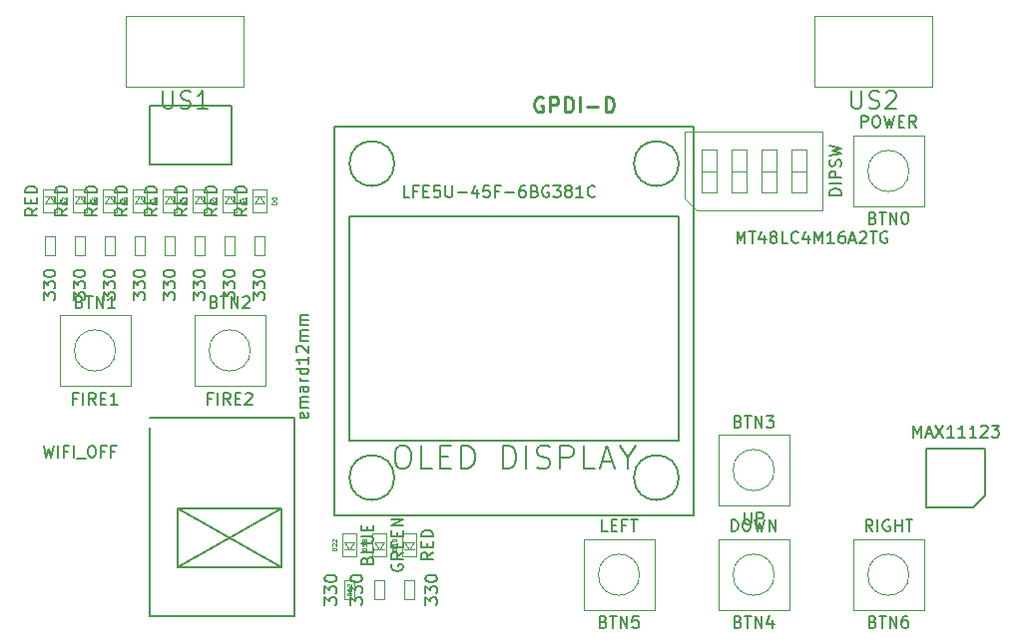
<source format=gbr>
G04 #@! TF.FileFunction,Other,Fab,Top*
%FSLAX46Y46*%
G04 Gerber Fmt 4.6, Leading zero omitted, Abs format (unit mm)*
G04 Created by KiCad (PCBNEW 4.0.7+dfsg1-1) date Mon Dec 11 16:34:10 2017*
%MOMM*%
%LPD*%
G01*
G04 APERTURE LIST*
%ADD10C,0.100000*%
%ADD11C,0.150000*%
%ADD12C,0.075000*%
%ADD13C,0.254000*%
G04 APERTURE END LIST*
D10*
X127990000Y-108880000D02*
X128790000Y-108880000D01*
X127990000Y-110480000D02*
X127990000Y-108880000D01*
X128790000Y-110480000D02*
X127990000Y-110480000D01*
X128790000Y-108880000D02*
X128790000Y-110480000D01*
X131330000Y-110480000D02*
X130530000Y-110480000D01*
X131330000Y-108880000D02*
X131330000Y-110480000D01*
X130530000Y-108880000D02*
X131330000Y-108880000D01*
X130530000Y-110480000D02*
X130530000Y-108880000D01*
X116880000Y-60925000D02*
X116880000Y-66925000D01*
X106880000Y-60925000D02*
X116880000Y-60925000D01*
X106880000Y-66925000D02*
X106880000Y-60925000D01*
X116880000Y-66925000D02*
X106880000Y-66925000D01*
X175300000Y-60925000D02*
X175300000Y-66925000D01*
X165300000Y-60925000D02*
X175300000Y-60925000D01*
X165300000Y-66925000D02*
X165300000Y-60925000D01*
X175300000Y-66925000D02*
X165300000Y-66925000D01*
X118630000Y-81270000D02*
X117830000Y-81270000D01*
X118630000Y-79670000D02*
X118630000Y-81270000D01*
X117830000Y-79670000D02*
X118630000Y-79670000D01*
X117830000Y-81270000D02*
X117830000Y-79670000D01*
X116090000Y-81270000D02*
X115290000Y-81270000D01*
X116090000Y-79670000D02*
X116090000Y-81270000D01*
X115290000Y-79670000D02*
X116090000Y-79670000D01*
X115290000Y-81270000D02*
X115290000Y-79670000D01*
X113550000Y-81270000D02*
X112750000Y-81270000D01*
X113550000Y-79670000D02*
X113550000Y-81270000D01*
X112750000Y-79670000D02*
X113550000Y-79670000D01*
X112750000Y-81270000D02*
X112750000Y-79670000D01*
X111010000Y-81270000D02*
X110210000Y-81270000D01*
X111010000Y-79670000D02*
X111010000Y-81270000D01*
X110210000Y-79670000D02*
X111010000Y-79670000D01*
X110210000Y-81270000D02*
X110210000Y-79670000D01*
X108470000Y-81270000D02*
X107670000Y-81270000D01*
X108470000Y-79670000D02*
X108470000Y-81270000D01*
X107670000Y-79670000D02*
X108470000Y-79670000D01*
X107670000Y-81270000D02*
X107670000Y-79670000D01*
X105930000Y-81270000D02*
X105130000Y-81270000D01*
X105930000Y-79670000D02*
X105930000Y-81270000D01*
X105130000Y-79670000D02*
X105930000Y-79670000D01*
X105130000Y-81270000D02*
X105130000Y-79670000D01*
X103390000Y-81270000D02*
X102590000Y-81270000D01*
X103390000Y-79670000D02*
X103390000Y-81270000D01*
X102590000Y-79670000D02*
X103390000Y-79670000D01*
X102590000Y-81270000D02*
X102590000Y-79670000D01*
X100850000Y-81270000D02*
X100050000Y-81270000D01*
X100850000Y-79670000D02*
X100850000Y-81270000D01*
X100050000Y-79670000D02*
X100850000Y-79670000D01*
X100050000Y-81270000D02*
X100050000Y-79670000D01*
D11*
X178785000Y-102655000D02*
X174785000Y-102655000D01*
X174785000Y-102655000D02*
X174785000Y-97655000D01*
X174785000Y-97655000D02*
X179785000Y-97655000D01*
X179785000Y-97655000D02*
X179785000Y-101655000D01*
X179785000Y-101655000D02*
X178785000Y-102655000D01*
X153790000Y-73485000D02*
G75*
G03X153790000Y-73485000I-1905000J0D01*
G01*
X129660000Y-73485000D02*
G75*
G03X129660000Y-73485000I-1905000J0D01*
G01*
X129660000Y-100155000D02*
G75*
G03X129660000Y-100155000I-1905000J0D01*
G01*
X153790000Y-100155000D02*
G75*
G03X153790000Y-100155000I-1905000J0D01*
G01*
X153790000Y-77930000D02*
X153790000Y-96980000D01*
X125850000Y-77930000D02*
X153790000Y-77930000D01*
X125850000Y-96980000D02*
X125850000Y-77930000D01*
X153790000Y-96980000D02*
X125850000Y-96980000D01*
X155060000Y-70310000D02*
X155060000Y-103330000D01*
X124580000Y-70310000D02*
X155060000Y-70310000D01*
X124580000Y-103330000D02*
X124580000Y-70310000D01*
X155060000Y-103330000D02*
X124580000Y-103330000D01*
D10*
X174570000Y-77120000D02*
X174570000Y-71120000D01*
X174570000Y-71120000D02*
X168570000Y-71120000D01*
X168570000Y-71120000D02*
X168570000Y-77120000D01*
X168570000Y-77120000D02*
X174570000Y-77120000D01*
X173320714Y-74120000D02*
G75*
G03X173320714Y-74120000I-1750714J0D01*
G01*
X101260000Y-86360000D02*
X101260000Y-92360000D01*
X101260000Y-92360000D02*
X107260000Y-92360000D01*
X107260000Y-92360000D02*
X107260000Y-86360000D01*
X107260000Y-86360000D02*
X101260000Y-86360000D01*
X106010714Y-89360000D02*
G75*
G03X106010714Y-89360000I-1750714J0D01*
G01*
X112690000Y-86360000D02*
X112690000Y-92360000D01*
X112690000Y-92360000D02*
X118690000Y-92360000D01*
X118690000Y-92360000D02*
X118690000Y-86360000D01*
X118690000Y-86360000D02*
X112690000Y-86360000D01*
X117440714Y-89360000D02*
G75*
G03X117440714Y-89360000I-1750714J0D01*
G01*
X157140000Y-96520000D02*
X157140000Y-102520000D01*
X157140000Y-102520000D02*
X163140000Y-102520000D01*
X163140000Y-102520000D02*
X163140000Y-96520000D01*
X163140000Y-96520000D02*
X157140000Y-96520000D01*
X161890714Y-99520000D02*
G75*
G03X161890714Y-99520000I-1750714J0D01*
G01*
X163140000Y-111410000D02*
X163140000Y-105410000D01*
X163140000Y-105410000D02*
X157140000Y-105410000D01*
X157140000Y-105410000D02*
X157140000Y-111410000D01*
X157140000Y-111410000D02*
X163140000Y-111410000D01*
X161890714Y-108410000D02*
G75*
G03X161890714Y-108410000I-1750714J0D01*
G01*
X151710000Y-111410000D02*
X151710000Y-105410000D01*
X151710000Y-105410000D02*
X145710000Y-105410000D01*
X145710000Y-105410000D02*
X145710000Y-111410000D01*
X145710000Y-111410000D02*
X151710000Y-111410000D01*
X150460714Y-108410000D02*
G75*
G03X150460714Y-108410000I-1750714J0D01*
G01*
X174570000Y-111410000D02*
X174570000Y-105410000D01*
X174570000Y-105410000D02*
X168570000Y-105410000D01*
X168570000Y-105410000D02*
X168570000Y-111410000D01*
X168570000Y-111410000D02*
X174570000Y-111410000D01*
X173320714Y-108410000D02*
G75*
G03X173320714Y-108410000I-1750714J0D01*
G01*
X154280000Y-76460000D02*
X154280000Y-70780000D01*
X154280000Y-70780000D02*
X166000000Y-70780000D01*
X166000000Y-70780000D02*
X166000000Y-77460000D01*
X166000000Y-77460000D02*
X155280000Y-77460000D01*
X155280000Y-77460000D02*
X154280000Y-76460000D01*
X155695000Y-75930000D02*
X156965000Y-75930000D01*
X156965000Y-75930000D02*
X156965000Y-72310000D01*
X156965000Y-72310000D02*
X155695000Y-72310000D01*
X155695000Y-72310000D02*
X155695000Y-75930000D01*
X155695000Y-74120000D02*
X156965000Y-74120000D01*
X158235000Y-75930000D02*
X159505000Y-75930000D01*
X159505000Y-75930000D02*
X159505000Y-72310000D01*
X159505000Y-72310000D02*
X158235000Y-72310000D01*
X158235000Y-72310000D02*
X158235000Y-75930000D01*
X158235000Y-74120000D02*
X159505000Y-74120000D01*
X160775000Y-75930000D02*
X162045000Y-75930000D01*
X162045000Y-75930000D02*
X162045000Y-72310000D01*
X162045000Y-72310000D02*
X160775000Y-72310000D01*
X160775000Y-72310000D02*
X160775000Y-75930000D01*
X160775000Y-74120000D02*
X162045000Y-74120000D01*
X163315000Y-75930000D02*
X164585000Y-75930000D01*
X164585000Y-75930000D02*
X164585000Y-72310000D01*
X164585000Y-72310000D02*
X163315000Y-72310000D01*
X163315000Y-72310000D02*
X163315000Y-75930000D01*
X163315000Y-74120000D02*
X164585000Y-74120000D01*
X125450000Y-106270000D02*
X126250000Y-106270000D01*
X125850000Y-106270000D02*
X125450000Y-105670000D01*
X126250000Y-105670000D02*
X125850000Y-106270000D01*
X125450000Y-105670000D02*
X126250000Y-105670000D01*
X126450000Y-104870000D02*
X126450000Y-106870000D01*
X125250000Y-104870000D02*
X126450000Y-104870000D01*
X125250000Y-106870000D02*
X125250000Y-104870000D01*
X126450000Y-106870000D02*
X125250000Y-106870000D01*
X125450000Y-108880000D02*
X126250000Y-108880000D01*
X125450000Y-110480000D02*
X125450000Y-108880000D01*
X126250000Y-110480000D02*
X125450000Y-110480000D01*
X126250000Y-108880000D02*
X126250000Y-110480000D01*
X127990000Y-106270000D02*
X128790000Y-106270000D01*
X128390000Y-106270000D02*
X127990000Y-105670000D01*
X128790000Y-105670000D02*
X128390000Y-106270000D01*
X127990000Y-105670000D02*
X128790000Y-105670000D01*
X128990000Y-104870000D02*
X128990000Y-106870000D01*
X127790000Y-104870000D02*
X128990000Y-104870000D01*
X127790000Y-106870000D02*
X127790000Y-104870000D01*
X128990000Y-106870000D02*
X127790000Y-106870000D01*
X118630000Y-76260000D02*
X117830000Y-76260000D01*
X118230000Y-76260000D02*
X118630000Y-76860000D01*
X117830000Y-76860000D02*
X118230000Y-76260000D01*
X118630000Y-76860000D02*
X117830000Y-76860000D01*
X117630000Y-77660000D02*
X117630000Y-75660000D01*
X118830000Y-77660000D02*
X117630000Y-77660000D01*
X118830000Y-75660000D02*
X118830000Y-77660000D01*
X117630000Y-75660000D02*
X118830000Y-75660000D01*
X116090000Y-76260000D02*
X115290000Y-76260000D01*
X115690000Y-76260000D02*
X116090000Y-76860000D01*
X115290000Y-76860000D02*
X115690000Y-76260000D01*
X116090000Y-76860000D02*
X115290000Y-76860000D01*
X115090000Y-77660000D02*
X115090000Y-75660000D01*
X116290000Y-77660000D02*
X115090000Y-77660000D01*
X116290000Y-75660000D02*
X116290000Y-77660000D01*
X115090000Y-75660000D02*
X116290000Y-75660000D01*
X113550000Y-76260000D02*
X112750000Y-76260000D01*
X113150000Y-76260000D02*
X113550000Y-76860000D01*
X112750000Y-76860000D02*
X113150000Y-76260000D01*
X113550000Y-76860000D02*
X112750000Y-76860000D01*
X112550000Y-77660000D02*
X112550000Y-75660000D01*
X113750000Y-77660000D02*
X112550000Y-77660000D01*
X113750000Y-75660000D02*
X113750000Y-77660000D01*
X112550000Y-75660000D02*
X113750000Y-75660000D01*
X111010000Y-76260000D02*
X110210000Y-76260000D01*
X110610000Y-76260000D02*
X111010000Y-76860000D01*
X110210000Y-76860000D02*
X110610000Y-76260000D01*
X111010000Y-76860000D02*
X110210000Y-76860000D01*
X110010000Y-77660000D02*
X110010000Y-75660000D01*
X111210000Y-77660000D02*
X110010000Y-77660000D01*
X111210000Y-75660000D02*
X111210000Y-77660000D01*
X110010000Y-75660000D02*
X111210000Y-75660000D01*
X108470000Y-76260000D02*
X107670000Y-76260000D01*
X108070000Y-76260000D02*
X108470000Y-76860000D01*
X107670000Y-76860000D02*
X108070000Y-76260000D01*
X108470000Y-76860000D02*
X107670000Y-76860000D01*
X107470000Y-77660000D02*
X107470000Y-75660000D01*
X108670000Y-77660000D02*
X107470000Y-77660000D01*
X108670000Y-75660000D02*
X108670000Y-77660000D01*
X107470000Y-75660000D02*
X108670000Y-75660000D01*
X105930000Y-76260000D02*
X105130000Y-76260000D01*
X105530000Y-76260000D02*
X105930000Y-76860000D01*
X105130000Y-76860000D02*
X105530000Y-76260000D01*
X105930000Y-76860000D02*
X105130000Y-76860000D01*
X104930000Y-77660000D02*
X104930000Y-75660000D01*
X106130000Y-77660000D02*
X104930000Y-77660000D01*
X106130000Y-75660000D02*
X106130000Y-77660000D01*
X104930000Y-75660000D02*
X106130000Y-75660000D01*
X103390000Y-76260000D02*
X102590000Y-76260000D01*
X102990000Y-76260000D02*
X103390000Y-76860000D01*
X102590000Y-76860000D02*
X102990000Y-76260000D01*
X103390000Y-76860000D02*
X102590000Y-76860000D01*
X102390000Y-77660000D02*
X102390000Y-75660000D01*
X103590000Y-77660000D02*
X102390000Y-77660000D01*
X103590000Y-75660000D02*
X103590000Y-77660000D01*
X102390000Y-75660000D02*
X103590000Y-75660000D01*
X100850000Y-76260000D02*
X100050000Y-76260000D01*
X100450000Y-76260000D02*
X100850000Y-76860000D01*
X100050000Y-76860000D02*
X100450000Y-76260000D01*
X100850000Y-76860000D02*
X100050000Y-76860000D01*
X99850000Y-77660000D02*
X99850000Y-75660000D01*
X101050000Y-77660000D02*
X99850000Y-77660000D01*
X101050000Y-75660000D02*
X101050000Y-77660000D01*
X99850000Y-75660000D02*
X101050000Y-75660000D01*
X130530000Y-106270000D02*
X131330000Y-106270000D01*
X130930000Y-106270000D02*
X130530000Y-105670000D01*
X131330000Y-105670000D02*
X130930000Y-106270000D01*
X130530000Y-105670000D02*
X131330000Y-105670000D01*
X131530000Y-104870000D02*
X131530000Y-106870000D01*
X130330000Y-104870000D02*
X131530000Y-104870000D01*
X130330000Y-106870000D02*
X130330000Y-104870000D01*
X131530000Y-106870000D02*
X130330000Y-106870000D01*
D11*
X120050000Y-102800000D02*
X111250000Y-107750000D01*
X120050000Y-107750000D02*
X111250000Y-102800000D01*
X120050000Y-102800000D02*
X120050000Y-107750000D01*
X111250000Y-102800000D02*
X111250000Y-107750000D01*
X111250000Y-107750000D02*
X120050000Y-107750000D01*
X120050000Y-102800000D02*
X111250000Y-102800000D01*
X121200000Y-95100000D02*
X108900000Y-95100000D01*
X121200000Y-111900000D02*
X121200000Y-95100000D01*
X108900000Y-111900000D02*
X121200000Y-111900000D01*
X108900000Y-95950000D02*
X108900000Y-111900000D01*
X115888000Y-68572000D02*
X115888000Y-73572000D01*
X108888000Y-68572000D02*
X115888000Y-68572000D01*
X108888000Y-73572000D02*
X108888000Y-68572000D01*
X115888000Y-73572000D02*
X108888000Y-73572000D01*
X99894762Y-97448381D02*
X100132857Y-98448381D01*
X100323334Y-97734095D01*
X100513810Y-98448381D01*
X100751905Y-97448381D01*
X101132857Y-98448381D02*
X101132857Y-97448381D01*
X101942381Y-97924571D02*
X101609047Y-97924571D01*
X101609047Y-98448381D02*
X101609047Y-97448381D01*
X102085238Y-97448381D01*
X102466190Y-98448381D02*
X102466190Y-97448381D01*
X102704285Y-98543619D02*
X103466190Y-98543619D01*
X103894761Y-97448381D02*
X104085238Y-97448381D01*
X104180476Y-97496000D01*
X104275714Y-97591238D01*
X104323333Y-97781714D01*
X104323333Y-98115048D01*
X104275714Y-98305524D01*
X104180476Y-98400762D01*
X104085238Y-98448381D01*
X103894761Y-98448381D01*
X103799523Y-98400762D01*
X103704285Y-98305524D01*
X103656666Y-98115048D01*
X103656666Y-97781714D01*
X103704285Y-97591238D01*
X103799523Y-97496000D01*
X103894761Y-97448381D01*
X105085238Y-97924571D02*
X104751904Y-97924571D01*
X104751904Y-98448381D02*
X104751904Y-97448381D01*
X105228095Y-97448381D01*
X105942381Y-97924571D02*
X105609047Y-97924571D01*
X105609047Y-98448381D02*
X105609047Y-97448381D01*
X106085238Y-97448381D01*
X125942381Y-110965714D02*
X125942381Y-110346666D01*
X126323333Y-110680000D01*
X126323333Y-110537142D01*
X126370952Y-110441904D01*
X126418571Y-110394285D01*
X126513810Y-110346666D01*
X126751905Y-110346666D01*
X126847143Y-110394285D01*
X126894762Y-110441904D01*
X126942381Y-110537142D01*
X126942381Y-110822857D01*
X126894762Y-110918095D01*
X126847143Y-110965714D01*
X125942381Y-110013333D02*
X125942381Y-109394285D01*
X126323333Y-109727619D01*
X126323333Y-109584761D01*
X126370952Y-109489523D01*
X126418571Y-109441904D01*
X126513810Y-109394285D01*
X126751905Y-109394285D01*
X126847143Y-109441904D01*
X126894762Y-109489523D01*
X126942381Y-109584761D01*
X126942381Y-109870476D01*
X126894762Y-109965714D01*
X126847143Y-110013333D01*
X125942381Y-108775238D02*
X125942381Y-108679999D01*
X125990000Y-108584761D01*
X126037619Y-108537142D01*
X126132857Y-108489523D01*
X126323333Y-108441904D01*
X126561429Y-108441904D01*
X126751905Y-108489523D01*
X126847143Y-108537142D01*
X126894762Y-108584761D01*
X126942381Y-108679999D01*
X126942381Y-108775238D01*
X126894762Y-108870476D01*
X126847143Y-108918095D01*
X126751905Y-108965714D01*
X126561429Y-109013333D01*
X126323333Y-109013333D01*
X126132857Y-108965714D01*
X126037619Y-108918095D01*
X125990000Y-108870476D01*
X125942381Y-108775238D01*
X132282381Y-110965714D02*
X132282381Y-110346666D01*
X132663333Y-110680000D01*
X132663333Y-110537142D01*
X132710952Y-110441904D01*
X132758571Y-110394285D01*
X132853810Y-110346666D01*
X133091905Y-110346666D01*
X133187143Y-110394285D01*
X133234762Y-110441904D01*
X133282381Y-110537142D01*
X133282381Y-110822857D01*
X133234762Y-110918095D01*
X133187143Y-110965714D01*
X132282381Y-110013333D02*
X132282381Y-109394285D01*
X132663333Y-109727619D01*
X132663333Y-109584761D01*
X132710952Y-109489523D01*
X132758571Y-109441904D01*
X132853810Y-109394285D01*
X133091905Y-109394285D01*
X133187143Y-109441904D01*
X133234762Y-109489523D01*
X133282381Y-109584761D01*
X133282381Y-109870476D01*
X133234762Y-109965714D01*
X133187143Y-110013333D01*
X132282381Y-108775238D02*
X132282381Y-108679999D01*
X132330000Y-108584761D01*
X132377619Y-108537142D01*
X132472857Y-108489523D01*
X132663333Y-108441904D01*
X132901429Y-108441904D01*
X133091905Y-108489523D01*
X133187143Y-108537142D01*
X133234762Y-108584761D01*
X133282381Y-108679999D01*
X133282381Y-108775238D01*
X133234762Y-108870476D01*
X133187143Y-108918095D01*
X133091905Y-108965714D01*
X132901429Y-109013333D01*
X132663333Y-109013333D01*
X132472857Y-108965714D01*
X132377619Y-108918095D01*
X132330000Y-108870476D01*
X132282381Y-108775238D01*
X110022858Y-67329571D02*
X110022858Y-68543857D01*
X110094286Y-68686714D01*
X110165715Y-68758143D01*
X110308572Y-68829571D01*
X110594286Y-68829571D01*
X110737144Y-68758143D01*
X110808572Y-68686714D01*
X110880001Y-68543857D01*
X110880001Y-67329571D01*
X111522858Y-68758143D02*
X111737144Y-68829571D01*
X112094287Y-68829571D01*
X112237144Y-68758143D01*
X112308573Y-68686714D01*
X112380001Y-68543857D01*
X112380001Y-68401000D01*
X112308573Y-68258143D01*
X112237144Y-68186714D01*
X112094287Y-68115286D01*
X111808573Y-68043857D01*
X111665715Y-67972429D01*
X111594287Y-67901000D01*
X111522858Y-67758143D01*
X111522858Y-67615286D01*
X111594287Y-67472429D01*
X111665715Y-67401000D01*
X111808573Y-67329571D01*
X112165715Y-67329571D01*
X112380001Y-67401000D01*
X113808572Y-68829571D02*
X112951429Y-68829571D01*
X113380001Y-68829571D02*
X113380001Y-67329571D01*
X113237144Y-67543857D01*
X113094286Y-67686714D01*
X112951429Y-67758143D01*
X168442858Y-67329571D02*
X168442858Y-68543857D01*
X168514286Y-68686714D01*
X168585715Y-68758143D01*
X168728572Y-68829571D01*
X169014286Y-68829571D01*
X169157144Y-68758143D01*
X169228572Y-68686714D01*
X169300001Y-68543857D01*
X169300001Y-67329571D01*
X169942858Y-68758143D02*
X170157144Y-68829571D01*
X170514287Y-68829571D01*
X170657144Y-68758143D01*
X170728573Y-68686714D01*
X170800001Y-68543857D01*
X170800001Y-68401000D01*
X170728573Y-68258143D01*
X170657144Y-68186714D01*
X170514287Y-68115286D01*
X170228573Y-68043857D01*
X170085715Y-67972429D01*
X170014287Y-67901000D01*
X169942858Y-67758143D01*
X169942858Y-67615286D01*
X170014287Y-67472429D01*
X170085715Y-67401000D01*
X170228573Y-67329571D01*
X170585715Y-67329571D01*
X170800001Y-67401000D01*
X171371429Y-67472429D02*
X171442858Y-67401000D01*
X171585715Y-67329571D01*
X171942858Y-67329571D01*
X172085715Y-67401000D01*
X172157144Y-67472429D01*
X172228572Y-67615286D01*
X172228572Y-67758143D01*
X172157144Y-67972429D01*
X171300001Y-68829571D01*
X172228572Y-68829571D01*
X117682381Y-85057714D02*
X117682381Y-84438666D01*
X118063333Y-84772000D01*
X118063333Y-84629142D01*
X118110952Y-84533904D01*
X118158571Y-84486285D01*
X118253810Y-84438666D01*
X118491905Y-84438666D01*
X118587143Y-84486285D01*
X118634762Y-84533904D01*
X118682381Y-84629142D01*
X118682381Y-84914857D01*
X118634762Y-85010095D01*
X118587143Y-85057714D01*
X117682381Y-84105333D02*
X117682381Y-83486285D01*
X118063333Y-83819619D01*
X118063333Y-83676761D01*
X118110952Y-83581523D01*
X118158571Y-83533904D01*
X118253810Y-83486285D01*
X118491905Y-83486285D01*
X118587143Y-83533904D01*
X118634762Y-83581523D01*
X118682381Y-83676761D01*
X118682381Y-83962476D01*
X118634762Y-84057714D01*
X118587143Y-84105333D01*
X117682381Y-82867238D02*
X117682381Y-82771999D01*
X117730000Y-82676761D01*
X117777619Y-82629142D01*
X117872857Y-82581523D01*
X118063333Y-82533904D01*
X118301429Y-82533904D01*
X118491905Y-82581523D01*
X118587143Y-82629142D01*
X118634762Y-82676761D01*
X118682381Y-82771999D01*
X118682381Y-82867238D01*
X118634762Y-82962476D01*
X118587143Y-83010095D01*
X118491905Y-83057714D01*
X118301429Y-83105333D01*
X118063333Y-83105333D01*
X117872857Y-83057714D01*
X117777619Y-83010095D01*
X117730000Y-82962476D01*
X117682381Y-82867238D01*
X115142381Y-85057714D02*
X115142381Y-84438666D01*
X115523333Y-84772000D01*
X115523333Y-84629142D01*
X115570952Y-84533904D01*
X115618571Y-84486285D01*
X115713810Y-84438666D01*
X115951905Y-84438666D01*
X116047143Y-84486285D01*
X116094762Y-84533904D01*
X116142381Y-84629142D01*
X116142381Y-84914857D01*
X116094762Y-85010095D01*
X116047143Y-85057714D01*
X115142381Y-84105333D02*
X115142381Y-83486285D01*
X115523333Y-83819619D01*
X115523333Y-83676761D01*
X115570952Y-83581523D01*
X115618571Y-83533904D01*
X115713810Y-83486285D01*
X115951905Y-83486285D01*
X116047143Y-83533904D01*
X116094762Y-83581523D01*
X116142381Y-83676761D01*
X116142381Y-83962476D01*
X116094762Y-84057714D01*
X116047143Y-84105333D01*
X115142381Y-82867238D02*
X115142381Y-82771999D01*
X115190000Y-82676761D01*
X115237619Y-82629142D01*
X115332857Y-82581523D01*
X115523333Y-82533904D01*
X115761429Y-82533904D01*
X115951905Y-82581523D01*
X116047143Y-82629142D01*
X116094762Y-82676761D01*
X116142381Y-82771999D01*
X116142381Y-82867238D01*
X116094762Y-82962476D01*
X116047143Y-83010095D01*
X115951905Y-83057714D01*
X115761429Y-83105333D01*
X115523333Y-83105333D01*
X115332857Y-83057714D01*
X115237619Y-83010095D01*
X115190000Y-82962476D01*
X115142381Y-82867238D01*
X112602381Y-85057714D02*
X112602381Y-84438666D01*
X112983333Y-84772000D01*
X112983333Y-84629142D01*
X113030952Y-84533904D01*
X113078571Y-84486285D01*
X113173810Y-84438666D01*
X113411905Y-84438666D01*
X113507143Y-84486285D01*
X113554762Y-84533904D01*
X113602381Y-84629142D01*
X113602381Y-84914857D01*
X113554762Y-85010095D01*
X113507143Y-85057714D01*
X112602381Y-84105333D02*
X112602381Y-83486285D01*
X112983333Y-83819619D01*
X112983333Y-83676761D01*
X113030952Y-83581523D01*
X113078571Y-83533904D01*
X113173810Y-83486285D01*
X113411905Y-83486285D01*
X113507143Y-83533904D01*
X113554762Y-83581523D01*
X113602381Y-83676761D01*
X113602381Y-83962476D01*
X113554762Y-84057714D01*
X113507143Y-84105333D01*
X112602381Y-82867238D02*
X112602381Y-82771999D01*
X112650000Y-82676761D01*
X112697619Y-82629142D01*
X112792857Y-82581523D01*
X112983333Y-82533904D01*
X113221429Y-82533904D01*
X113411905Y-82581523D01*
X113507143Y-82629142D01*
X113554762Y-82676761D01*
X113602381Y-82771999D01*
X113602381Y-82867238D01*
X113554762Y-82962476D01*
X113507143Y-83010095D01*
X113411905Y-83057714D01*
X113221429Y-83105333D01*
X112983333Y-83105333D01*
X112792857Y-83057714D01*
X112697619Y-83010095D01*
X112650000Y-82962476D01*
X112602381Y-82867238D01*
X110062381Y-85057714D02*
X110062381Y-84438666D01*
X110443333Y-84772000D01*
X110443333Y-84629142D01*
X110490952Y-84533904D01*
X110538571Y-84486285D01*
X110633810Y-84438666D01*
X110871905Y-84438666D01*
X110967143Y-84486285D01*
X111014762Y-84533904D01*
X111062381Y-84629142D01*
X111062381Y-84914857D01*
X111014762Y-85010095D01*
X110967143Y-85057714D01*
X110062381Y-84105333D02*
X110062381Y-83486285D01*
X110443333Y-83819619D01*
X110443333Y-83676761D01*
X110490952Y-83581523D01*
X110538571Y-83533904D01*
X110633810Y-83486285D01*
X110871905Y-83486285D01*
X110967143Y-83533904D01*
X111014762Y-83581523D01*
X111062381Y-83676761D01*
X111062381Y-83962476D01*
X111014762Y-84057714D01*
X110967143Y-84105333D01*
X110062381Y-82867238D02*
X110062381Y-82771999D01*
X110110000Y-82676761D01*
X110157619Y-82629142D01*
X110252857Y-82581523D01*
X110443333Y-82533904D01*
X110681429Y-82533904D01*
X110871905Y-82581523D01*
X110967143Y-82629142D01*
X111014762Y-82676761D01*
X111062381Y-82771999D01*
X111062381Y-82867238D01*
X111014762Y-82962476D01*
X110967143Y-83010095D01*
X110871905Y-83057714D01*
X110681429Y-83105333D01*
X110443333Y-83105333D01*
X110252857Y-83057714D01*
X110157619Y-83010095D01*
X110110000Y-82962476D01*
X110062381Y-82867238D01*
X107522381Y-85057714D02*
X107522381Y-84438666D01*
X107903333Y-84772000D01*
X107903333Y-84629142D01*
X107950952Y-84533904D01*
X107998571Y-84486285D01*
X108093810Y-84438666D01*
X108331905Y-84438666D01*
X108427143Y-84486285D01*
X108474762Y-84533904D01*
X108522381Y-84629142D01*
X108522381Y-84914857D01*
X108474762Y-85010095D01*
X108427143Y-85057714D01*
X107522381Y-84105333D02*
X107522381Y-83486285D01*
X107903333Y-83819619D01*
X107903333Y-83676761D01*
X107950952Y-83581523D01*
X107998571Y-83533904D01*
X108093810Y-83486285D01*
X108331905Y-83486285D01*
X108427143Y-83533904D01*
X108474762Y-83581523D01*
X108522381Y-83676761D01*
X108522381Y-83962476D01*
X108474762Y-84057714D01*
X108427143Y-84105333D01*
X107522381Y-82867238D02*
X107522381Y-82771999D01*
X107570000Y-82676761D01*
X107617619Y-82629142D01*
X107712857Y-82581523D01*
X107903333Y-82533904D01*
X108141429Y-82533904D01*
X108331905Y-82581523D01*
X108427143Y-82629142D01*
X108474762Y-82676761D01*
X108522381Y-82771999D01*
X108522381Y-82867238D01*
X108474762Y-82962476D01*
X108427143Y-83010095D01*
X108331905Y-83057714D01*
X108141429Y-83105333D01*
X107903333Y-83105333D01*
X107712857Y-83057714D01*
X107617619Y-83010095D01*
X107570000Y-82962476D01*
X107522381Y-82867238D01*
X104982381Y-85057714D02*
X104982381Y-84438666D01*
X105363333Y-84772000D01*
X105363333Y-84629142D01*
X105410952Y-84533904D01*
X105458571Y-84486285D01*
X105553810Y-84438666D01*
X105791905Y-84438666D01*
X105887143Y-84486285D01*
X105934762Y-84533904D01*
X105982381Y-84629142D01*
X105982381Y-84914857D01*
X105934762Y-85010095D01*
X105887143Y-85057714D01*
X104982381Y-84105333D02*
X104982381Y-83486285D01*
X105363333Y-83819619D01*
X105363333Y-83676761D01*
X105410952Y-83581523D01*
X105458571Y-83533904D01*
X105553810Y-83486285D01*
X105791905Y-83486285D01*
X105887143Y-83533904D01*
X105934762Y-83581523D01*
X105982381Y-83676761D01*
X105982381Y-83962476D01*
X105934762Y-84057714D01*
X105887143Y-84105333D01*
X104982381Y-82867238D02*
X104982381Y-82771999D01*
X105030000Y-82676761D01*
X105077619Y-82629142D01*
X105172857Y-82581523D01*
X105363333Y-82533904D01*
X105601429Y-82533904D01*
X105791905Y-82581523D01*
X105887143Y-82629142D01*
X105934762Y-82676761D01*
X105982381Y-82771999D01*
X105982381Y-82867238D01*
X105934762Y-82962476D01*
X105887143Y-83010095D01*
X105791905Y-83057714D01*
X105601429Y-83105333D01*
X105363333Y-83105333D01*
X105172857Y-83057714D01*
X105077619Y-83010095D01*
X105030000Y-82962476D01*
X104982381Y-82867238D01*
X102442381Y-85057714D02*
X102442381Y-84438666D01*
X102823333Y-84772000D01*
X102823333Y-84629142D01*
X102870952Y-84533904D01*
X102918571Y-84486285D01*
X103013810Y-84438666D01*
X103251905Y-84438666D01*
X103347143Y-84486285D01*
X103394762Y-84533904D01*
X103442381Y-84629142D01*
X103442381Y-84914857D01*
X103394762Y-85010095D01*
X103347143Y-85057714D01*
X102442381Y-84105333D02*
X102442381Y-83486285D01*
X102823333Y-83819619D01*
X102823333Y-83676761D01*
X102870952Y-83581523D01*
X102918571Y-83533904D01*
X103013810Y-83486285D01*
X103251905Y-83486285D01*
X103347143Y-83533904D01*
X103394762Y-83581523D01*
X103442381Y-83676761D01*
X103442381Y-83962476D01*
X103394762Y-84057714D01*
X103347143Y-84105333D01*
X102442381Y-82867238D02*
X102442381Y-82771999D01*
X102490000Y-82676761D01*
X102537619Y-82629142D01*
X102632857Y-82581523D01*
X102823333Y-82533904D01*
X103061429Y-82533904D01*
X103251905Y-82581523D01*
X103347143Y-82629142D01*
X103394762Y-82676761D01*
X103442381Y-82771999D01*
X103442381Y-82867238D01*
X103394762Y-82962476D01*
X103347143Y-83010095D01*
X103251905Y-83057714D01*
X103061429Y-83105333D01*
X102823333Y-83105333D01*
X102632857Y-83057714D01*
X102537619Y-83010095D01*
X102490000Y-82962476D01*
X102442381Y-82867238D01*
X99902381Y-85057714D02*
X99902381Y-84438666D01*
X100283333Y-84772000D01*
X100283333Y-84629142D01*
X100330952Y-84533904D01*
X100378571Y-84486285D01*
X100473810Y-84438666D01*
X100711905Y-84438666D01*
X100807143Y-84486285D01*
X100854762Y-84533904D01*
X100902381Y-84629142D01*
X100902381Y-84914857D01*
X100854762Y-85010095D01*
X100807143Y-85057714D01*
X99902381Y-84105333D02*
X99902381Y-83486285D01*
X100283333Y-83819619D01*
X100283333Y-83676761D01*
X100330952Y-83581523D01*
X100378571Y-83533904D01*
X100473810Y-83486285D01*
X100711905Y-83486285D01*
X100807143Y-83533904D01*
X100854762Y-83581523D01*
X100902381Y-83676761D01*
X100902381Y-83962476D01*
X100854762Y-84057714D01*
X100807143Y-84105333D01*
X99902381Y-82867238D02*
X99902381Y-82771999D01*
X99950000Y-82676761D01*
X99997619Y-82629142D01*
X100092857Y-82581523D01*
X100283333Y-82533904D01*
X100521429Y-82533904D01*
X100711905Y-82581523D01*
X100807143Y-82629142D01*
X100854762Y-82676761D01*
X100902381Y-82771999D01*
X100902381Y-82867238D01*
X100854762Y-82962476D01*
X100807143Y-83010095D01*
X100711905Y-83057714D01*
X100521429Y-83105333D01*
X100283333Y-83105333D01*
X100092857Y-83057714D01*
X99997619Y-83010095D01*
X99950000Y-82962476D01*
X99902381Y-82867238D01*
X173665952Y-96732381D02*
X173665952Y-95732381D01*
X173999286Y-96446667D01*
X174332619Y-95732381D01*
X174332619Y-96732381D01*
X174761190Y-96446667D02*
X175237381Y-96446667D01*
X174665952Y-96732381D02*
X174999285Y-95732381D01*
X175332619Y-96732381D01*
X175570714Y-95732381D02*
X176237381Y-96732381D01*
X176237381Y-95732381D02*
X175570714Y-96732381D01*
X177142143Y-96732381D02*
X176570714Y-96732381D01*
X176856428Y-96732381D02*
X176856428Y-95732381D01*
X176761190Y-95875238D01*
X176665952Y-95970476D01*
X176570714Y-96018095D01*
X178094524Y-96732381D02*
X177523095Y-96732381D01*
X177808809Y-96732381D02*
X177808809Y-95732381D01*
X177713571Y-95875238D01*
X177618333Y-95970476D01*
X177523095Y-96018095D01*
X179046905Y-96732381D02*
X178475476Y-96732381D01*
X178761190Y-96732381D02*
X178761190Y-95732381D01*
X178665952Y-95875238D01*
X178570714Y-95970476D01*
X178475476Y-96018095D01*
X179427857Y-95827619D02*
X179475476Y-95780000D01*
X179570714Y-95732381D01*
X179808810Y-95732381D01*
X179904048Y-95780000D01*
X179951667Y-95827619D01*
X179999286Y-95922857D01*
X179999286Y-96018095D01*
X179951667Y-96160952D01*
X179380238Y-96732381D01*
X179999286Y-96732381D01*
X180332619Y-95732381D02*
X180951667Y-95732381D01*
X180618333Y-96113333D01*
X180761191Y-96113333D01*
X180856429Y-96160952D01*
X180904048Y-96208571D01*
X180951667Y-96303810D01*
X180951667Y-96541905D01*
X180904048Y-96637143D01*
X180856429Y-96684762D01*
X180761191Y-96732381D01*
X180475476Y-96732381D01*
X180380238Y-96684762D01*
X180332619Y-96637143D01*
X130200952Y-97408762D02*
X130581904Y-97408762D01*
X130772380Y-97504000D01*
X130962857Y-97694476D01*
X131058095Y-98075429D01*
X131058095Y-98742095D01*
X130962857Y-99123048D01*
X130772380Y-99313524D01*
X130581904Y-99408762D01*
X130200952Y-99408762D01*
X130010476Y-99313524D01*
X129819999Y-99123048D01*
X129724761Y-98742095D01*
X129724761Y-98075429D01*
X129819999Y-97694476D01*
X130010476Y-97504000D01*
X130200952Y-97408762D01*
X132867618Y-99408762D02*
X131915237Y-99408762D01*
X131915237Y-97408762D01*
X133534285Y-98361143D02*
X134200952Y-98361143D01*
X134486666Y-99408762D02*
X133534285Y-99408762D01*
X133534285Y-97408762D01*
X134486666Y-97408762D01*
X135343809Y-99408762D02*
X135343809Y-97408762D01*
X135820000Y-97408762D01*
X136105714Y-97504000D01*
X136296190Y-97694476D01*
X136391429Y-97884952D01*
X136486667Y-98265905D01*
X136486667Y-98551619D01*
X136391429Y-98932571D01*
X136296190Y-99123048D01*
X136105714Y-99313524D01*
X135820000Y-99408762D01*
X135343809Y-99408762D01*
X138867619Y-99408762D02*
X138867619Y-97408762D01*
X139343810Y-97408762D01*
X139629524Y-97504000D01*
X139820000Y-97694476D01*
X139915239Y-97884952D01*
X140010477Y-98265905D01*
X140010477Y-98551619D01*
X139915239Y-98932571D01*
X139820000Y-99123048D01*
X139629524Y-99313524D01*
X139343810Y-99408762D01*
X138867619Y-99408762D01*
X140867619Y-99408762D02*
X140867619Y-97408762D01*
X141724762Y-99313524D02*
X142010477Y-99408762D01*
X142486667Y-99408762D01*
X142677143Y-99313524D01*
X142772381Y-99218286D01*
X142867620Y-99027810D01*
X142867620Y-98837333D01*
X142772381Y-98646857D01*
X142677143Y-98551619D01*
X142486667Y-98456381D01*
X142105715Y-98361143D01*
X141915239Y-98265905D01*
X141820000Y-98170667D01*
X141724762Y-97980190D01*
X141724762Y-97789714D01*
X141820000Y-97599238D01*
X141915239Y-97504000D01*
X142105715Y-97408762D01*
X142581905Y-97408762D01*
X142867620Y-97504000D01*
X143724762Y-99408762D02*
X143724762Y-97408762D01*
X144486667Y-97408762D01*
X144677143Y-97504000D01*
X144772382Y-97599238D01*
X144867620Y-97789714D01*
X144867620Y-98075429D01*
X144772382Y-98265905D01*
X144677143Y-98361143D01*
X144486667Y-98456381D01*
X143724762Y-98456381D01*
X146677143Y-99408762D02*
X145724762Y-99408762D01*
X145724762Y-97408762D01*
X147248572Y-98837333D02*
X148200953Y-98837333D01*
X147058096Y-99408762D02*
X147724763Y-97408762D01*
X148391430Y-99408762D01*
X149439049Y-98456381D02*
X149439049Y-99408762D01*
X148772382Y-97408762D02*
X149439049Y-98456381D01*
X150105716Y-97408762D01*
X169260476Y-70422381D02*
X169260476Y-69422381D01*
X169641429Y-69422381D01*
X169736667Y-69470000D01*
X169784286Y-69517619D01*
X169831905Y-69612857D01*
X169831905Y-69755714D01*
X169784286Y-69850952D01*
X169736667Y-69898571D01*
X169641429Y-69946190D01*
X169260476Y-69946190D01*
X170450952Y-69422381D02*
X170641429Y-69422381D01*
X170736667Y-69470000D01*
X170831905Y-69565238D01*
X170879524Y-69755714D01*
X170879524Y-70089048D01*
X170831905Y-70279524D01*
X170736667Y-70374762D01*
X170641429Y-70422381D01*
X170450952Y-70422381D01*
X170355714Y-70374762D01*
X170260476Y-70279524D01*
X170212857Y-70089048D01*
X170212857Y-69755714D01*
X170260476Y-69565238D01*
X170355714Y-69470000D01*
X170450952Y-69422381D01*
X171212857Y-69422381D02*
X171450952Y-70422381D01*
X171641429Y-69708095D01*
X171831905Y-70422381D01*
X172070000Y-69422381D01*
X172450952Y-69898571D02*
X172784286Y-69898571D01*
X172927143Y-70422381D02*
X172450952Y-70422381D01*
X172450952Y-69422381D01*
X172927143Y-69422381D01*
X173927143Y-70422381D02*
X173593809Y-69946190D01*
X173355714Y-70422381D02*
X173355714Y-69422381D01*
X173736667Y-69422381D01*
X173831905Y-69470000D01*
X173879524Y-69517619D01*
X173927143Y-69612857D01*
X173927143Y-69755714D01*
X173879524Y-69850952D01*
X173831905Y-69898571D01*
X173736667Y-69946190D01*
X173355714Y-69946190D01*
X170260477Y-78098571D02*
X170403334Y-78146190D01*
X170450953Y-78193810D01*
X170498572Y-78289048D01*
X170498572Y-78431905D01*
X170450953Y-78527143D01*
X170403334Y-78574762D01*
X170308096Y-78622381D01*
X169927143Y-78622381D01*
X169927143Y-77622381D01*
X170260477Y-77622381D01*
X170355715Y-77670000D01*
X170403334Y-77717619D01*
X170450953Y-77812857D01*
X170450953Y-77908095D01*
X170403334Y-78003333D01*
X170355715Y-78050952D01*
X170260477Y-78098571D01*
X169927143Y-78098571D01*
X170784286Y-77622381D02*
X171355715Y-77622381D01*
X171070000Y-78622381D02*
X171070000Y-77622381D01*
X171689048Y-78622381D02*
X171689048Y-77622381D01*
X172260477Y-78622381D01*
X172260477Y-77622381D01*
X172927143Y-77622381D02*
X173022382Y-77622381D01*
X173117620Y-77670000D01*
X173165239Y-77717619D01*
X173212858Y-77812857D01*
X173260477Y-78003333D01*
X173260477Y-78241429D01*
X173212858Y-78431905D01*
X173165239Y-78527143D01*
X173117620Y-78574762D01*
X173022382Y-78622381D01*
X172927143Y-78622381D01*
X172831905Y-78574762D01*
X172784286Y-78527143D01*
X172736667Y-78431905D01*
X172689048Y-78241429D01*
X172689048Y-78003333D01*
X172736667Y-77812857D01*
X172784286Y-77717619D01*
X172831905Y-77670000D01*
X172927143Y-77622381D01*
X102736191Y-93438571D02*
X102402857Y-93438571D01*
X102402857Y-93962381D02*
X102402857Y-92962381D01*
X102879048Y-92962381D01*
X103260000Y-93962381D02*
X103260000Y-92962381D01*
X104307619Y-93962381D02*
X103974285Y-93486190D01*
X103736190Y-93962381D02*
X103736190Y-92962381D01*
X104117143Y-92962381D01*
X104212381Y-93010000D01*
X104260000Y-93057619D01*
X104307619Y-93152857D01*
X104307619Y-93295714D01*
X104260000Y-93390952D01*
X104212381Y-93438571D01*
X104117143Y-93486190D01*
X103736190Y-93486190D01*
X104736190Y-93438571D02*
X105069524Y-93438571D01*
X105212381Y-93962381D02*
X104736190Y-93962381D01*
X104736190Y-92962381D01*
X105212381Y-92962381D01*
X106164762Y-93962381D02*
X105593333Y-93962381D01*
X105879047Y-93962381D02*
X105879047Y-92962381D01*
X105783809Y-93105238D01*
X105688571Y-93200476D01*
X105593333Y-93248095D01*
X102950477Y-85238571D02*
X103093334Y-85286190D01*
X103140953Y-85333810D01*
X103188572Y-85429048D01*
X103188572Y-85571905D01*
X103140953Y-85667143D01*
X103093334Y-85714762D01*
X102998096Y-85762381D01*
X102617143Y-85762381D01*
X102617143Y-84762381D01*
X102950477Y-84762381D01*
X103045715Y-84810000D01*
X103093334Y-84857619D01*
X103140953Y-84952857D01*
X103140953Y-85048095D01*
X103093334Y-85143333D01*
X103045715Y-85190952D01*
X102950477Y-85238571D01*
X102617143Y-85238571D01*
X103474286Y-84762381D02*
X104045715Y-84762381D01*
X103760000Y-85762381D02*
X103760000Y-84762381D01*
X104379048Y-85762381D02*
X104379048Y-84762381D01*
X104950477Y-85762381D01*
X104950477Y-84762381D01*
X105950477Y-85762381D02*
X105379048Y-85762381D01*
X105664762Y-85762381D02*
X105664762Y-84762381D01*
X105569524Y-84905238D01*
X105474286Y-85000476D01*
X105379048Y-85048095D01*
X114166191Y-93438571D02*
X113832857Y-93438571D01*
X113832857Y-93962381D02*
X113832857Y-92962381D01*
X114309048Y-92962381D01*
X114690000Y-93962381D02*
X114690000Y-92962381D01*
X115737619Y-93962381D02*
X115404285Y-93486190D01*
X115166190Y-93962381D02*
X115166190Y-92962381D01*
X115547143Y-92962381D01*
X115642381Y-93010000D01*
X115690000Y-93057619D01*
X115737619Y-93152857D01*
X115737619Y-93295714D01*
X115690000Y-93390952D01*
X115642381Y-93438571D01*
X115547143Y-93486190D01*
X115166190Y-93486190D01*
X116166190Y-93438571D02*
X116499524Y-93438571D01*
X116642381Y-93962381D02*
X116166190Y-93962381D01*
X116166190Y-92962381D01*
X116642381Y-92962381D01*
X117023333Y-93057619D02*
X117070952Y-93010000D01*
X117166190Y-92962381D01*
X117404286Y-92962381D01*
X117499524Y-93010000D01*
X117547143Y-93057619D01*
X117594762Y-93152857D01*
X117594762Y-93248095D01*
X117547143Y-93390952D01*
X116975714Y-93962381D01*
X117594762Y-93962381D01*
X114380477Y-85238571D02*
X114523334Y-85286190D01*
X114570953Y-85333810D01*
X114618572Y-85429048D01*
X114618572Y-85571905D01*
X114570953Y-85667143D01*
X114523334Y-85714762D01*
X114428096Y-85762381D01*
X114047143Y-85762381D01*
X114047143Y-84762381D01*
X114380477Y-84762381D01*
X114475715Y-84810000D01*
X114523334Y-84857619D01*
X114570953Y-84952857D01*
X114570953Y-85048095D01*
X114523334Y-85143333D01*
X114475715Y-85190952D01*
X114380477Y-85238571D01*
X114047143Y-85238571D01*
X114904286Y-84762381D02*
X115475715Y-84762381D01*
X115190000Y-85762381D02*
X115190000Y-84762381D01*
X115809048Y-85762381D02*
X115809048Y-84762381D01*
X116380477Y-85762381D01*
X116380477Y-84762381D01*
X116809048Y-84857619D02*
X116856667Y-84810000D01*
X116951905Y-84762381D01*
X117190001Y-84762381D01*
X117285239Y-84810000D01*
X117332858Y-84857619D01*
X117380477Y-84952857D01*
X117380477Y-85048095D01*
X117332858Y-85190952D01*
X116761429Y-85762381D01*
X117380477Y-85762381D01*
X159354286Y-103122381D02*
X159354286Y-103931905D01*
X159401905Y-104027143D01*
X159449524Y-104074762D01*
X159544762Y-104122381D01*
X159735239Y-104122381D01*
X159830477Y-104074762D01*
X159878096Y-104027143D01*
X159925715Y-103931905D01*
X159925715Y-103122381D01*
X160401905Y-104122381D02*
X160401905Y-103122381D01*
X160782858Y-103122381D01*
X160878096Y-103170000D01*
X160925715Y-103217619D01*
X160973334Y-103312857D01*
X160973334Y-103455714D01*
X160925715Y-103550952D01*
X160878096Y-103598571D01*
X160782858Y-103646190D01*
X160401905Y-103646190D01*
X158830477Y-95398571D02*
X158973334Y-95446190D01*
X159020953Y-95493810D01*
X159068572Y-95589048D01*
X159068572Y-95731905D01*
X159020953Y-95827143D01*
X158973334Y-95874762D01*
X158878096Y-95922381D01*
X158497143Y-95922381D01*
X158497143Y-94922381D01*
X158830477Y-94922381D01*
X158925715Y-94970000D01*
X158973334Y-95017619D01*
X159020953Y-95112857D01*
X159020953Y-95208095D01*
X158973334Y-95303333D01*
X158925715Y-95350952D01*
X158830477Y-95398571D01*
X158497143Y-95398571D01*
X159354286Y-94922381D02*
X159925715Y-94922381D01*
X159640000Y-95922381D02*
X159640000Y-94922381D01*
X160259048Y-95922381D02*
X160259048Y-94922381D01*
X160830477Y-95922381D01*
X160830477Y-94922381D01*
X161211429Y-94922381D02*
X161830477Y-94922381D01*
X161497143Y-95303333D01*
X161640001Y-95303333D01*
X161735239Y-95350952D01*
X161782858Y-95398571D01*
X161830477Y-95493810D01*
X161830477Y-95731905D01*
X161782858Y-95827143D01*
X161735239Y-95874762D01*
X161640001Y-95922381D01*
X161354286Y-95922381D01*
X161259048Y-95874762D01*
X161211429Y-95827143D01*
X158259048Y-104712381D02*
X158259048Y-103712381D01*
X158497143Y-103712381D01*
X158640001Y-103760000D01*
X158735239Y-103855238D01*
X158782858Y-103950476D01*
X158830477Y-104140952D01*
X158830477Y-104283810D01*
X158782858Y-104474286D01*
X158735239Y-104569524D01*
X158640001Y-104664762D01*
X158497143Y-104712381D01*
X158259048Y-104712381D01*
X159449524Y-103712381D02*
X159640001Y-103712381D01*
X159735239Y-103760000D01*
X159830477Y-103855238D01*
X159878096Y-104045714D01*
X159878096Y-104379048D01*
X159830477Y-104569524D01*
X159735239Y-104664762D01*
X159640001Y-104712381D01*
X159449524Y-104712381D01*
X159354286Y-104664762D01*
X159259048Y-104569524D01*
X159211429Y-104379048D01*
X159211429Y-104045714D01*
X159259048Y-103855238D01*
X159354286Y-103760000D01*
X159449524Y-103712381D01*
X160211429Y-103712381D02*
X160449524Y-104712381D01*
X160640001Y-103998095D01*
X160830477Y-104712381D01*
X161068572Y-103712381D01*
X161449524Y-104712381D02*
X161449524Y-103712381D01*
X162020953Y-104712381D01*
X162020953Y-103712381D01*
X158830477Y-112388571D02*
X158973334Y-112436190D01*
X159020953Y-112483810D01*
X159068572Y-112579048D01*
X159068572Y-112721905D01*
X159020953Y-112817143D01*
X158973334Y-112864762D01*
X158878096Y-112912381D01*
X158497143Y-112912381D01*
X158497143Y-111912381D01*
X158830477Y-111912381D01*
X158925715Y-111960000D01*
X158973334Y-112007619D01*
X159020953Y-112102857D01*
X159020953Y-112198095D01*
X158973334Y-112293333D01*
X158925715Y-112340952D01*
X158830477Y-112388571D01*
X158497143Y-112388571D01*
X159354286Y-111912381D02*
X159925715Y-111912381D01*
X159640000Y-112912381D02*
X159640000Y-111912381D01*
X160259048Y-112912381D02*
X160259048Y-111912381D01*
X160830477Y-112912381D01*
X160830477Y-111912381D01*
X161735239Y-112245714D02*
X161735239Y-112912381D01*
X161497143Y-111864762D02*
X161259048Y-112579048D01*
X161878096Y-112579048D01*
X147757619Y-104712381D02*
X147281428Y-104712381D01*
X147281428Y-103712381D01*
X148090952Y-104188571D02*
X148424286Y-104188571D01*
X148567143Y-104712381D02*
X148090952Y-104712381D01*
X148090952Y-103712381D01*
X148567143Y-103712381D01*
X149329048Y-104188571D02*
X148995714Y-104188571D01*
X148995714Y-104712381D02*
X148995714Y-103712381D01*
X149471905Y-103712381D01*
X149710000Y-103712381D02*
X150281429Y-103712381D01*
X149995714Y-104712381D02*
X149995714Y-103712381D01*
X147400477Y-112388571D02*
X147543334Y-112436190D01*
X147590953Y-112483810D01*
X147638572Y-112579048D01*
X147638572Y-112721905D01*
X147590953Y-112817143D01*
X147543334Y-112864762D01*
X147448096Y-112912381D01*
X147067143Y-112912381D01*
X147067143Y-111912381D01*
X147400477Y-111912381D01*
X147495715Y-111960000D01*
X147543334Y-112007619D01*
X147590953Y-112102857D01*
X147590953Y-112198095D01*
X147543334Y-112293333D01*
X147495715Y-112340952D01*
X147400477Y-112388571D01*
X147067143Y-112388571D01*
X147924286Y-111912381D02*
X148495715Y-111912381D01*
X148210000Y-112912381D02*
X148210000Y-111912381D01*
X148829048Y-112912381D02*
X148829048Y-111912381D01*
X149400477Y-112912381D01*
X149400477Y-111912381D01*
X150352858Y-111912381D02*
X149876667Y-111912381D01*
X149829048Y-112388571D01*
X149876667Y-112340952D01*
X149971905Y-112293333D01*
X150210001Y-112293333D01*
X150305239Y-112340952D01*
X150352858Y-112388571D01*
X150400477Y-112483810D01*
X150400477Y-112721905D01*
X150352858Y-112817143D01*
X150305239Y-112864762D01*
X150210001Y-112912381D01*
X149971905Y-112912381D01*
X149876667Y-112864762D01*
X149829048Y-112817143D01*
X170236667Y-104712381D02*
X169903333Y-104236190D01*
X169665238Y-104712381D02*
X169665238Y-103712381D01*
X170046191Y-103712381D01*
X170141429Y-103760000D01*
X170189048Y-103807619D01*
X170236667Y-103902857D01*
X170236667Y-104045714D01*
X170189048Y-104140952D01*
X170141429Y-104188571D01*
X170046191Y-104236190D01*
X169665238Y-104236190D01*
X170665238Y-104712381D02*
X170665238Y-103712381D01*
X171665238Y-103760000D02*
X171570000Y-103712381D01*
X171427143Y-103712381D01*
X171284285Y-103760000D01*
X171189047Y-103855238D01*
X171141428Y-103950476D01*
X171093809Y-104140952D01*
X171093809Y-104283810D01*
X171141428Y-104474286D01*
X171189047Y-104569524D01*
X171284285Y-104664762D01*
X171427143Y-104712381D01*
X171522381Y-104712381D01*
X171665238Y-104664762D01*
X171712857Y-104617143D01*
X171712857Y-104283810D01*
X171522381Y-104283810D01*
X172141428Y-104712381D02*
X172141428Y-103712381D01*
X172141428Y-104188571D02*
X172712857Y-104188571D01*
X172712857Y-104712381D02*
X172712857Y-103712381D01*
X173046190Y-103712381D02*
X173617619Y-103712381D01*
X173331904Y-104712381D02*
X173331904Y-103712381D01*
X170260477Y-112388571D02*
X170403334Y-112436190D01*
X170450953Y-112483810D01*
X170498572Y-112579048D01*
X170498572Y-112721905D01*
X170450953Y-112817143D01*
X170403334Y-112864762D01*
X170308096Y-112912381D01*
X169927143Y-112912381D01*
X169927143Y-111912381D01*
X170260477Y-111912381D01*
X170355715Y-111960000D01*
X170403334Y-112007619D01*
X170450953Y-112102857D01*
X170450953Y-112198095D01*
X170403334Y-112293333D01*
X170355715Y-112340952D01*
X170260477Y-112388571D01*
X169927143Y-112388571D01*
X170784286Y-111912381D02*
X171355715Y-111912381D01*
X171070000Y-112912381D02*
X171070000Y-111912381D01*
X171689048Y-112912381D02*
X171689048Y-111912381D01*
X172260477Y-112912381D01*
X172260477Y-111912381D01*
X173165239Y-111912381D02*
X172974762Y-111912381D01*
X172879524Y-111960000D01*
X172831905Y-112007619D01*
X172736667Y-112150476D01*
X172689048Y-112340952D01*
X172689048Y-112721905D01*
X172736667Y-112817143D01*
X172784286Y-112864762D01*
X172879524Y-112912381D01*
X173070001Y-112912381D01*
X173165239Y-112864762D01*
X173212858Y-112817143D01*
X173260477Y-112721905D01*
X173260477Y-112483810D01*
X173212858Y-112388571D01*
X173165239Y-112340952D01*
X173070001Y-112293333D01*
X172879524Y-112293333D01*
X172784286Y-112340952D01*
X172736667Y-112388571D01*
X172689048Y-112483810D01*
X167572381Y-76167619D02*
X166572381Y-76167619D01*
X166572381Y-75929524D01*
X166620000Y-75786666D01*
X166715238Y-75691428D01*
X166810476Y-75643809D01*
X167000952Y-75596190D01*
X167143810Y-75596190D01*
X167334286Y-75643809D01*
X167429524Y-75691428D01*
X167524762Y-75786666D01*
X167572381Y-75929524D01*
X167572381Y-76167619D01*
X167572381Y-75167619D02*
X166572381Y-75167619D01*
X167572381Y-74691429D02*
X166572381Y-74691429D01*
X166572381Y-74310476D01*
X166620000Y-74215238D01*
X166667619Y-74167619D01*
X166762857Y-74120000D01*
X166905714Y-74120000D01*
X167000952Y-74167619D01*
X167048571Y-74215238D01*
X167096190Y-74310476D01*
X167096190Y-74691429D01*
X167524762Y-73739048D02*
X167572381Y-73596191D01*
X167572381Y-73358095D01*
X167524762Y-73262857D01*
X167477143Y-73215238D01*
X167381905Y-73167619D01*
X167286667Y-73167619D01*
X167191429Y-73215238D01*
X167143810Y-73262857D01*
X167096190Y-73358095D01*
X167048571Y-73548572D01*
X167000952Y-73643810D01*
X166953333Y-73691429D01*
X166858095Y-73739048D01*
X166762857Y-73739048D01*
X166667619Y-73691429D01*
X166620000Y-73643810D01*
X166572381Y-73548572D01*
X166572381Y-73310476D01*
X166620000Y-73167619D01*
X166572381Y-72834286D02*
X167572381Y-72596191D01*
X166858095Y-72405714D01*
X167572381Y-72215238D01*
X166572381Y-71977143D01*
X130954762Y-76350381D02*
X130478571Y-76350381D01*
X130478571Y-75350381D01*
X131621429Y-75826571D02*
X131288095Y-75826571D01*
X131288095Y-76350381D02*
X131288095Y-75350381D01*
X131764286Y-75350381D01*
X132145238Y-75826571D02*
X132478572Y-75826571D01*
X132621429Y-76350381D02*
X132145238Y-76350381D01*
X132145238Y-75350381D01*
X132621429Y-75350381D01*
X133526191Y-75350381D02*
X133050000Y-75350381D01*
X133002381Y-75826571D01*
X133050000Y-75778952D01*
X133145238Y-75731333D01*
X133383334Y-75731333D01*
X133478572Y-75778952D01*
X133526191Y-75826571D01*
X133573810Y-75921810D01*
X133573810Y-76159905D01*
X133526191Y-76255143D01*
X133478572Y-76302762D01*
X133383334Y-76350381D01*
X133145238Y-76350381D01*
X133050000Y-76302762D01*
X133002381Y-76255143D01*
X134002381Y-75350381D02*
X134002381Y-76159905D01*
X134050000Y-76255143D01*
X134097619Y-76302762D01*
X134192857Y-76350381D01*
X134383334Y-76350381D01*
X134478572Y-76302762D01*
X134526191Y-76255143D01*
X134573810Y-76159905D01*
X134573810Y-75350381D01*
X135050000Y-75969429D02*
X135811905Y-75969429D01*
X136716667Y-75683714D02*
X136716667Y-76350381D01*
X136478571Y-75302762D02*
X136240476Y-76017048D01*
X136859524Y-76017048D01*
X137716667Y-75350381D02*
X137240476Y-75350381D01*
X137192857Y-75826571D01*
X137240476Y-75778952D01*
X137335714Y-75731333D01*
X137573810Y-75731333D01*
X137669048Y-75778952D01*
X137716667Y-75826571D01*
X137764286Y-75921810D01*
X137764286Y-76159905D01*
X137716667Y-76255143D01*
X137669048Y-76302762D01*
X137573810Y-76350381D01*
X137335714Y-76350381D01*
X137240476Y-76302762D01*
X137192857Y-76255143D01*
X138526191Y-75826571D02*
X138192857Y-75826571D01*
X138192857Y-76350381D02*
X138192857Y-75350381D01*
X138669048Y-75350381D01*
X139050000Y-75969429D02*
X139811905Y-75969429D01*
X140716667Y-75350381D02*
X140526190Y-75350381D01*
X140430952Y-75398000D01*
X140383333Y-75445619D01*
X140288095Y-75588476D01*
X140240476Y-75778952D01*
X140240476Y-76159905D01*
X140288095Y-76255143D01*
X140335714Y-76302762D01*
X140430952Y-76350381D01*
X140621429Y-76350381D01*
X140716667Y-76302762D01*
X140764286Y-76255143D01*
X140811905Y-76159905D01*
X140811905Y-75921810D01*
X140764286Y-75826571D01*
X140716667Y-75778952D01*
X140621429Y-75731333D01*
X140430952Y-75731333D01*
X140335714Y-75778952D01*
X140288095Y-75826571D01*
X140240476Y-75921810D01*
X141573810Y-75826571D02*
X141716667Y-75874190D01*
X141764286Y-75921810D01*
X141811905Y-76017048D01*
X141811905Y-76159905D01*
X141764286Y-76255143D01*
X141716667Y-76302762D01*
X141621429Y-76350381D01*
X141240476Y-76350381D01*
X141240476Y-75350381D01*
X141573810Y-75350381D01*
X141669048Y-75398000D01*
X141716667Y-75445619D01*
X141764286Y-75540857D01*
X141764286Y-75636095D01*
X141716667Y-75731333D01*
X141669048Y-75778952D01*
X141573810Y-75826571D01*
X141240476Y-75826571D01*
X142764286Y-75398000D02*
X142669048Y-75350381D01*
X142526191Y-75350381D01*
X142383333Y-75398000D01*
X142288095Y-75493238D01*
X142240476Y-75588476D01*
X142192857Y-75778952D01*
X142192857Y-75921810D01*
X142240476Y-76112286D01*
X142288095Y-76207524D01*
X142383333Y-76302762D01*
X142526191Y-76350381D01*
X142621429Y-76350381D01*
X142764286Y-76302762D01*
X142811905Y-76255143D01*
X142811905Y-75921810D01*
X142621429Y-75921810D01*
X143145238Y-75350381D02*
X143764286Y-75350381D01*
X143430952Y-75731333D01*
X143573810Y-75731333D01*
X143669048Y-75778952D01*
X143716667Y-75826571D01*
X143764286Y-75921810D01*
X143764286Y-76159905D01*
X143716667Y-76255143D01*
X143669048Y-76302762D01*
X143573810Y-76350381D01*
X143288095Y-76350381D01*
X143192857Y-76302762D01*
X143145238Y-76255143D01*
X144335714Y-75778952D02*
X144240476Y-75731333D01*
X144192857Y-75683714D01*
X144145238Y-75588476D01*
X144145238Y-75540857D01*
X144192857Y-75445619D01*
X144240476Y-75398000D01*
X144335714Y-75350381D01*
X144526191Y-75350381D01*
X144621429Y-75398000D01*
X144669048Y-75445619D01*
X144716667Y-75540857D01*
X144716667Y-75588476D01*
X144669048Y-75683714D01*
X144621429Y-75731333D01*
X144526191Y-75778952D01*
X144335714Y-75778952D01*
X144240476Y-75826571D01*
X144192857Y-75874190D01*
X144145238Y-75969429D01*
X144145238Y-76159905D01*
X144192857Y-76255143D01*
X144240476Y-76302762D01*
X144335714Y-76350381D01*
X144526191Y-76350381D01*
X144621429Y-76302762D01*
X144669048Y-76255143D01*
X144716667Y-76159905D01*
X144716667Y-75969429D01*
X144669048Y-75874190D01*
X144621429Y-75826571D01*
X144526191Y-75778952D01*
X145669048Y-76350381D02*
X145097619Y-76350381D01*
X145383333Y-76350381D02*
X145383333Y-75350381D01*
X145288095Y-75493238D01*
X145192857Y-75588476D01*
X145097619Y-75636095D01*
X146669048Y-76255143D02*
X146621429Y-76302762D01*
X146478572Y-76350381D01*
X146383334Y-76350381D01*
X146240476Y-76302762D01*
X146145238Y-76207524D01*
X146097619Y-76112286D01*
X146050000Y-75921810D01*
X146050000Y-75778952D01*
X146097619Y-75588476D01*
X146145238Y-75493238D01*
X146240476Y-75398000D01*
X146383334Y-75350381D01*
X146478572Y-75350381D01*
X146621429Y-75398000D01*
X146669048Y-75445619D01*
X122292762Y-94660190D02*
X122340381Y-94755428D01*
X122340381Y-94945905D01*
X122292762Y-95041143D01*
X122197524Y-95088762D01*
X121816571Y-95088762D01*
X121721333Y-95041143D01*
X121673714Y-94945905D01*
X121673714Y-94755428D01*
X121721333Y-94660190D01*
X121816571Y-94612571D01*
X121911810Y-94612571D01*
X122007048Y-95088762D01*
X122340381Y-94184000D02*
X121673714Y-94184000D01*
X121768952Y-94184000D02*
X121721333Y-94136381D01*
X121673714Y-94041143D01*
X121673714Y-93898285D01*
X121721333Y-93803047D01*
X121816571Y-93755428D01*
X122340381Y-93755428D01*
X121816571Y-93755428D02*
X121721333Y-93707809D01*
X121673714Y-93612571D01*
X121673714Y-93469714D01*
X121721333Y-93374476D01*
X121816571Y-93326857D01*
X122340381Y-93326857D01*
X122340381Y-92422095D02*
X121816571Y-92422095D01*
X121721333Y-92469714D01*
X121673714Y-92564952D01*
X121673714Y-92755429D01*
X121721333Y-92850667D01*
X122292762Y-92422095D02*
X122340381Y-92517333D01*
X122340381Y-92755429D01*
X122292762Y-92850667D01*
X122197524Y-92898286D01*
X122102286Y-92898286D01*
X122007048Y-92850667D01*
X121959429Y-92755429D01*
X121959429Y-92517333D01*
X121911810Y-92422095D01*
X122340381Y-91945905D02*
X121673714Y-91945905D01*
X121864190Y-91945905D02*
X121768952Y-91898286D01*
X121721333Y-91850667D01*
X121673714Y-91755429D01*
X121673714Y-91660190D01*
X122340381Y-90898285D02*
X121340381Y-90898285D01*
X122292762Y-90898285D02*
X122340381Y-90993523D01*
X122340381Y-91184000D01*
X122292762Y-91279238D01*
X122245143Y-91326857D01*
X122149905Y-91374476D01*
X121864190Y-91374476D01*
X121768952Y-91326857D01*
X121721333Y-91279238D01*
X121673714Y-91184000D01*
X121673714Y-90993523D01*
X121721333Y-90898285D01*
X122340381Y-89898285D02*
X122340381Y-90469714D01*
X122340381Y-90184000D02*
X121340381Y-90184000D01*
X121483238Y-90279238D01*
X121578476Y-90374476D01*
X121626095Y-90469714D01*
X121435619Y-89517333D02*
X121388000Y-89469714D01*
X121340381Y-89374476D01*
X121340381Y-89136380D01*
X121388000Y-89041142D01*
X121435619Y-88993523D01*
X121530857Y-88945904D01*
X121626095Y-88945904D01*
X121768952Y-88993523D01*
X122340381Y-89564952D01*
X122340381Y-88945904D01*
X122340381Y-88517333D02*
X121673714Y-88517333D01*
X121768952Y-88517333D02*
X121721333Y-88469714D01*
X121673714Y-88374476D01*
X121673714Y-88231618D01*
X121721333Y-88136380D01*
X121816571Y-88088761D01*
X122340381Y-88088761D01*
X121816571Y-88088761D02*
X121721333Y-88041142D01*
X121673714Y-87945904D01*
X121673714Y-87803047D01*
X121721333Y-87707809D01*
X121816571Y-87660190D01*
X122340381Y-87660190D01*
X122340381Y-87184000D02*
X121673714Y-87184000D01*
X121768952Y-87184000D02*
X121721333Y-87136381D01*
X121673714Y-87041143D01*
X121673714Y-86898285D01*
X121721333Y-86803047D01*
X121816571Y-86755428D01*
X122340381Y-86755428D01*
X121816571Y-86755428D02*
X121721333Y-86707809D01*
X121673714Y-86612571D01*
X121673714Y-86469714D01*
X121721333Y-86374476D01*
X121816571Y-86326857D01*
X122340381Y-86326857D01*
X127328571Y-107179523D02*
X127376190Y-107036666D01*
X127423810Y-106989047D01*
X127519048Y-106941428D01*
X127661905Y-106941428D01*
X127757143Y-106989047D01*
X127804762Y-107036666D01*
X127852381Y-107131904D01*
X127852381Y-107512857D01*
X126852381Y-107512857D01*
X126852381Y-107179523D01*
X126900000Y-107084285D01*
X126947619Y-107036666D01*
X127042857Y-106989047D01*
X127138095Y-106989047D01*
X127233333Y-107036666D01*
X127280952Y-107084285D01*
X127328571Y-107179523D01*
X127328571Y-107512857D01*
X127852381Y-106036666D02*
X127852381Y-106512857D01*
X126852381Y-106512857D01*
X126852381Y-105703333D02*
X127661905Y-105703333D01*
X127757143Y-105655714D01*
X127804762Y-105608095D01*
X127852381Y-105512857D01*
X127852381Y-105322380D01*
X127804762Y-105227142D01*
X127757143Y-105179523D01*
X127661905Y-105131904D01*
X126852381Y-105131904D01*
X127328571Y-104655714D02*
X127328571Y-104322380D01*
X127852381Y-104179523D02*
X127852381Y-104655714D01*
X126852381Y-104655714D01*
X126852381Y-104179523D01*
D10*
X124780952Y-106355714D02*
X124380952Y-106355714D01*
X124380952Y-106260476D01*
X124400000Y-106203333D01*
X124438095Y-106165238D01*
X124476190Y-106146190D01*
X124552381Y-106127142D01*
X124609524Y-106127142D01*
X124685714Y-106146190D01*
X124723810Y-106165238D01*
X124761905Y-106203333D01*
X124780952Y-106260476D01*
X124780952Y-106355714D01*
X124419048Y-105974762D02*
X124400000Y-105955714D01*
X124380952Y-105917619D01*
X124380952Y-105822381D01*
X124400000Y-105784285D01*
X124419048Y-105765238D01*
X124457143Y-105746190D01*
X124495238Y-105746190D01*
X124552381Y-105765238D01*
X124780952Y-105993809D01*
X124780952Y-105746190D01*
X124419048Y-105593810D02*
X124400000Y-105574762D01*
X124380952Y-105536667D01*
X124380952Y-105441429D01*
X124400000Y-105403333D01*
X124419048Y-105384286D01*
X124457143Y-105365238D01*
X124495238Y-105365238D01*
X124552381Y-105384286D01*
X124780952Y-105612857D01*
X124780952Y-105365238D01*
D11*
X123752381Y-110965714D02*
X123752381Y-110346666D01*
X124133333Y-110680000D01*
X124133333Y-110537142D01*
X124180952Y-110441904D01*
X124228571Y-110394285D01*
X124323810Y-110346666D01*
X124561905Y-110346666D01*
X124657143Y-110394285D01*
X124704762Y-110441904D01*
X124752381Y-110537142D01*
X124752381Y-110822857D01*
X124704762Y-110918095D01*
X124657143Y-110965714D01*
X123752381Y-110013333D02*
X123752381Y-109394285D01*
X124133333Y-109727619D01*
X124133333Y-109584761D01*
X124180952Y-109489523D01*
X124228571Y-109441904D01*
X124323810Y-109394285D01*
X124561905Y-109394285D01*
X124657143Y-109441904D01*
X124704762Y-109489523D01*
X124752381Y-109584761D01*
X124752381Y-109870476D01*
X124704762Y-109965714D01*
X124657143Y-110013333D01*
X123752381Y-108775238D02*
X123752381Y-108679999D01*
X123800000Y-108584761D01*
X123847619Y-108537142D01*
X123942857Y-108489523D01*
X124133333Y-108441904D01*
X124371429Y-108441904D01*
X124561905Y-108489523D01*
X124657143Y-108537142D01*
X124704762Y-108584761D01*
X124752381Y-108679999D01*
X124752381Y-108775238D01*
X124704762Y-108870476D01*
X124657143Y-108918095D01*
X124561905Y-108965714D01*
X124371429Y-109013333D01*
X124133333Y-109013333D01*
X123942857Y-108965714D01*
X123847619Y-108918095D01*
X123800000Y-108870476D01*
X123752381Y-108775238D01*
D12*
X126030952Y-109937142D02*
X125840476Y-110070476D01*
X126030952Y-110165714D02*
X125630952Y-110165714D01*
X125630952Y-110013333D01*
X125650000Y-109975238D01*
X125669048Y-109956190D01*
X125707143Y-109937142D01*
X125764286Y-109937142D01*
X125802381Y-109956190D01*
X125821429Y-109975238D01*
X125840476Y-110013333D01*
X125840476Y-110165714D01*
X125630952Y-109594285D02*
X125630952Y-109670476D01*
X125650000Y-109708571D01*
X125669048Y-109727619D01*
X125726190Y-109765714D01*
X125802381Y-109784762D01*
X125954762Y-109784762D01*
X125992857Y-109765714D01*
X126011905Y-109746666D01*
X126030952Y-109708571D01*
X126030952Y-109632381D01*
X126011905Y-109594285D01*
X125992857Y-109575238D01*
X125954762Y-109556190D01*
X125859524Y-109556190D01*
X125821429Y-109575238D01*
X125802381Y-109594285D01*
X125783333Y-109632381D01*
X125783333Y-109708571D01*
X125802381Y-109746666D01*
X125821429Y-109765714D01*
X125859524Y-109784762D01*
X125669048Y-109403810D02*
X125650000Y-109384762D01*
X125630952Y-109346667D01*
X125630952Y-109251429D01*
X125650000Y-109213333D01*
X125669048Y-109194286D01*
X125707143Y-109175238D01*
X125745238Y-109175238D01*
X125802381Y-109194286D01*
X126030952Y-109422857D01*
X126030952Y-109175238D01*
D11*
X129440000Y-107536666D02*
X129392381Y-107631904D01*
X129392381Y-107774761D01*
X129440000Y-107917619D01*
X129535238Y-108012857D01*
X129630476Y-108060476D01*
X129820952Y-108108095D01*
X129963810Y-108108095D01*
X130154286Y-108060476D01*
X130249524Y-108012857D01*
X130344762Y-107917619D01*
X130392381Y-107774761D01*
X130392381Y-107679523D01*
X130344762Y-107536666D01*
X130297143Y-107489047D01*
X129963810Y-107489047D01*
X129963810Y-107679523D01*
X130392381Y-106489047D02*
X129916190Y-106822381D01*
X130392381Y-107060476D02*
X129392381Y-107060476D01*
X129392381Y-106679523D01*
X129440000Y-106584285D01*
X129487619Y-106536666D01*
X129582857Y-106489047D01*
X129725714Y-106489047D01*
X129820952Y-106536666D01*
X129868571Y-106584285D01*
X129916190Y-106679523D01*
X129916190Y-107060476D01*
X129868571Y-106060476D02*
X129868571Y-105727142D01*
X130392381Y-105584285D02*
X130392381Y-106060476D01*
X129392381Y-106060476D01*
X129392381Y-105584285D01*
X129868571Y-105155714D02*
X129868571Y-104822380D01*
X130392381Y-104679523D02*
X130392381Y-105155714D01*
X129392381Y-105155714D01*
X129392381Y-104679523D01*
X130392381Y-104250952D02*
X129392381Y-104250952D01*
X130392381Y-103679523D01*
X129392381Y-103679523D01*
D10*
X127320952Y-106355714D02*
X126920952Y-106355714D01*
X126920952Y-106260476D01*
X126940000Y-106203333D01*
X126978095Y-106165238D01*
X127016190Y-106146190D01*
X127092381Y-106127142D01*
X127149524Y-106127142D01*
X127225714Y-106146190D01*
X127263810Y-106165238D01*
X127301905Y-106203333D01*
X127320952Y-106260476D01*
X127320952Y-106355714D01*
X127320952Y-105746190D02*
X127320952Y-105974762D01*
X127320952Y-105860476D02*
X126920952Y-105860476D01*
X126978095Y-105898571D01*
X127016190Y-105936666D01*
X127035238Y-105974762D01*
X127092381Y-105517619D02*
X127073333Y-105555714D01*
X127054286Y-105574762D01*
X127016190Y-105593810D01*
X126997143Y-105593810D01*
X126959048Y-105574762D01*
X126940000Y-105555714D01*
X126920952Y-105517619D01*
X126920952Y-105441429D01*
X126940000Y-105403333D01*
X126959048Y-105384286D01*
X126997143Y-105365238D01*
X127016190Y-105365238D01*
X127054286Y-105384286D01*
X127073333Y-105403333D01*
X127092381Y-105441429D01*
X127092381Y-105517619D01*
X127111429Y-105555714D01*
X127130476Y-105574762D01*
X127168571Y-105593810D01*
X127244762Y-105593810D01*
X127282857Y-105574762D01*
X127301905Y-105555714D01*
X127320952Y-105517619D01*
X127320952Y-105441429D01*
X127301905Y-105403333D01*
X127282857Y-105384286D01*
X127244762Y-105365238D01*
X127168571Y-105365238D01*
X127130476Y-105384286D01*
X127111429Y-105403333D01*
X127092381Y-105441429D01*
D11*
X117132381Y-77302857D02*
X116656190Y-77636191D01*
X117132381Y-77874286D02*
X116132381Y-77874286D01*
X116132381Y-77493333D01*
X116180000Y-77398095D01*
X116227619Y-77350476D01*
X116322857Y-77302857D01*
X116465714Y-77302857D01*
X116560952Y-77350476D01*
X116608571Y-77398095D01*
X116656190Y-77493333D01*
X116656190Y-77874286D01*
X116608571Y-76874286D02*
X116608571Y-76540952D01*
X117132381Y-76398095D02*
X117132381Y-76874286D01*
X116132381Y-76874286D01*
X116132381Y-76398095D01*
X117132381Y-75969524D02*
X116132381Y-75969524D01*
X116132381Y-75731429D01*
X116180000Y-75588571D01*
X116275238Y-75493333D01*
X116370476Y-75445714D01*
X116560952Y-75398095D01*
X116703810Y-75398095D01*
X116894286Y-75445714D01*
X116989524Y-75493333D01*
X117084762Y-75588571D01*
X117132381Y-75731429D01*
X117132381Y-75969524D01*
D10*
X119660952Y-76955238D02*
X119260952Y-76955238D01*
X119260952Y-76860000D01*
X119280000Y-76802857D01*
X119318095Y-76764762D01*
X119356190Y-76745714D01*
X119432381Y-76726666D01*
X119489524Y-76726666D01*
X119565714Y-76745714D01*
X119603810Y-76764762D01*
X119641905Y-76802857D01*
X119660952Y-76860000D01*
X119660952Y-76955238D01*
X119260952Y-76479047D02*
X119260952Y-76440952D01*
X119280000Y-76402857D01*
X119299048Y-76383809D01*
X119337143Y-76364762D01*
X119413333Y-76345714D01*
X119508571Y-76345714D01*
X119584762Y-76364762D01*
X119622857Y-76383809D01*
X119641905Y-76402857D01*
X119660952Y-76440952D01*
X119660952Y-76479047D01*
X119641905Y-76517143D01*
X119622857Y-76536190D01*
X119584762Y-76555238D01*
X119508571Y-76574286D01*
X119413333Y-76574286D01*
X119337143Y-76555238D01*
X119299048Y-76536190D01*
X119280000Y-76517143D01*
X119260952Y-76479047D01*
D11*
X114592381Y-77302857D02*
X114116190Y-77636191D01*
X114592381Y-77874286D02*
X113592381Y-77874286D01*
X113592381Y-77493333D01*
X113640000Y-77398095D01*
X113687619Y-77350476D01*
X113782857Y-77302857D01*
X113925714Y-77302857D01*
X114020952Y-77350476D01*
X114068571Y-77398095D01*
X114116190Y-77493333D01*
X114116190Y-77874286D01*
X114068571Y-76874286D02*
X114068571Y-76540952D01*
X114592381Y-76398095D02*
X114592381Y-76874286D01*
X113592381Y-76874286D01*
X113592381Y-76398095D01*
X114592381Y-75969524D02*
X113592381Y-75969524D01*
X113592381Y-75731429D01*
X113640000Y-75588571D01*
X113735238Y-75493333D01*
X113830476Y-75445714D01*
X114020952Y-75398095D01*
X114163810Y-75398095D01*
X114354286Y-75445714D01*
X114449524Y-75493333D01*
X114544762Y-75588571D01*
X114592381Y-75731429D01*
X114592381Y-75969524D01*
D10*
X117120952Y-76955238D02*
X116720952Y-76955238D01*
X116720952Y-76860000D01*
X116740000Y-76802857D01*
X116778095Y-76764762D01*
X116816190Y-76745714D01*
X116892381Y-76726666D01*
X116949524Y-76726666D01*
X117025714Y-76745714D01*
X117063810Y-76764762D01*
X117101905Y-76802857D01*
X117120952Y-76860000D01*
X117120952Y-76955238D01*
X117120952Y-76345714D02*
X117120952Y-76574286D01*
X117120952Y-76460000D02*
X116720952Y-76460000D01*
X116778095Y-76498095D01*
X116816190Y-76536190D01*
X116835238Y-76574286D01*
D11*
X112052381Y-77302857D02*
X111576190Y-77636191D01*
X112052381Y-77874286D02*
X111052381Y-77874286D01*
X111052381Y-77493333D01*
X111100000Y-77398095D01*
X111147619Y-77350476D01*
X111242857Y-77302857D01*
X111385714Y-77302857D01*
X111480952Y-77350476D01*
X111528571Y-77398095D01*
X111576190Y-77493333D01*
X111576190Y-77874286D01*
X111528571Y-76874286D02*
X111528571Y-76540952D01*
X112052381Y-76398095D02*
X112052381Y-76874286D01*
X111052381Y-76874286D01*
X111052381Y-76398095D01*
X112052381Y-75969524D02*
X111052381Y-75969524D01*
X111052381Y-75731429D01*
X111100000Y-75588571D01*
X111195238Y-75493333D01*
X111290476Y-75445714D01*
X111480952Y-75398095D01*
X111623810Y-75398095D01*
X111814286Y-75445714D01*
X111909524Y-75493333D01*
X112004762Y-75588571D01*
X112052381Y-75731429D01*
X112052381Y-75969524D01*
D10*
X114580952Y-76955238D02*
X114180952Y-76955238D01*
X114180952Y-76860000D01*
X114200000Y-76802857D01*
X114238095Y-76764762D01*
X114276190Y-76745714D01*
X114352381Y-76726666D01*
X114409524Y-76726666D01*
X114485714Y-76745714D01*
X114523810Y-76764762D01*
X114561905Y-76802857D01*
X114580952Y-76860000D01*
X114580952Y-76955238D01*
X114219048Y-76574286D02*
X114200000Y-76555238D01*
X114180952Y-76517143D01*
X114180952Y-76421905D01*
X114200000Y-76383809D01*
X114219048Y-76364762D01*
X114257143Y-76345714D01*
X114295238Y-76345714D01*
X114352381Y-76364762D01*
X114580952Y-76593333D01*
X114580952Y-76345714D01*
D11*
X109512381Y-77302857D02*
X109036190Y-77636191D01*
X109512381Y-77874286D02*
X108512381Y-77874286D01*
X108512381Y-77493333D01*
X108560000Y-77398095D01*
X108607619Y-77350476D01*
X108702857Y-77302857D01*
X108845714Y-77302857D01*
X108940952Y-77350476D01*
X108988571Y-77398095D01*
X109036190Y-77493333D01*
X109036190Y-77874286D01*
X108988571Y-76874286D02*
X108988571Y-76540952D01*
X109512381Y-76398095D02*
X109512381Y-76874286D01*
X108512381Y-76874286D01*
X108512381Y-76398095D01*
X109512381Y-75969524D02*
X108512381Y-75969524D01*
X108512381Y-75731429D01*
X108560000Y-75588571D01*
X108655238Y-75493333D01*
X108750476Y-75445714D01*
X108940952Y-75398095D01*
X109083810Y-75398095D01*
X109274286Y-75445714D01*
X109369524Y-75493333D01*
X109464762Y-75588571D01*
X109512381Y-75731429D01*
X109512381Y-75969524D01*
D10*
X112040952Y-76955238D02*
X111640952Y-76955238D01*
X111640952Y-76860000D01*
X111660000Y-76802857D01*
X111698095Y-76764762D01*
X111736190Y-76745714D01*
X111812381Y-76726666D01*
X111869524Y-76726666D01*
X111945714Y-76745714D01*
X111983810Y-76764762D01*
X112021905Y-76802857D01*
X112040952Y-76860000D01*
X112040952Y-76955238D01*
X111640952Y-76593333D02*
X111640952Y-76345714D01*
X111793333Y-76479047D01*
X111793333Y-76421905D01*
X111812381Y-76383809D01*
X111831429Y-76364762D01*
X111869524Y-76345714D01*
X111964762Y-76345714D01*
X112002857Y-76364762D01*
X112021905Y-76383809D01*
X112040952Y-76421905D01*
X112040952Y-76536190D01*
X112021905Y-76574286D01*
X112002857Y-76593333D01*
D11*
X106972381Y-77302857D02*
X106496190Y-77636191D01*
X106972381Y-77874286D02*
X105972381Y-77874286D01*
X105972381Y-77493333D01*
X106020000Y-77398095D01*
X106067619Y-77350476D01*
X106162857Y-77302857D01*
X106305714Y-77302857D01*
X106400952Y-77350476D01*
X106448571Y-77398095D01*
X106496190Y-77493333D01*
X106496190Y-77874286D01*
X106448571Y-76874286D02*
X106448571Y-76540952D01*
X106972381Y-76398095D02*
X106972381Y-76874286D01*
X105972381Y-76874286D01*
X105972381Y-76398095D01*
X106972381Y-75969524D02*
X105972381Y-75969524D01*
X105972381Y-75731429D01*
X106020000Y-75588571D01*
X106115238Y-75493333D01*
X106210476Y-75445714D01*
X106400952Y-75398095D01*
X106543810Y-75398095D01*
X106734286Y-75445714D01*
X106829524Y-75493333D01*
X106924762Y-75588571D01*
X106972381Y-75731429D01*
X106972381Y-75969524D01*
D10*
X109500952Y-76955238D02*
X109100952Y-76955238D01*
X109100952Y-76860000D01*
X109120000Y-76802857D01*
X109158095Y-76764762D01*
X109196190Y-76745714D01*
X109272381Y-76726666D01*
X109329524Y-76726666D01*
X109405714Y-76745714D01*
X109443810Y-76764762D01*
X109481905Y-76802857D01*
X109500952Y-76860000D01*
X109500952Y-76955238D01*
X109234286Y-76383809D02*
X109500952Y-76383809D01*
X109081905Y-76479047D02*
X109367619Y-76574286D01*
X109367619Y-76326666D01*
D11*
X104432381Y-77302857D02*
X103956190Y-77636191D01*
X104432381Y-77874286D02*
X103432381Y-77874286D01*
X103432381Y-77493333D01*
X103480000Y-77398095D01*
X103527619Y-77350476D01*
X103622857Y-77302857D01*
X103765714Y-77302857D01*
X103860952Y-77350476D01*
X103908571Y-77398095D01*
X103956190Y-77493333D01*
X103956190Y-77874286D01*
X103908571Y-76874286D02*
X103908571Y-76540952D01*
X104432381Y-76398095D02*
X104432381Y-76874286D01*
X103432381Y-76874286D01*
X103432381Y-76398095D01*
X104432381Y-75969524D02*
X103432381Y-75969524D01*
X103432381Y-75731429D01*
X103480000Y-75588571D01*
X103575238Y-75493333D01*
X103670476Y-75445714D01*
X103860952Y-75398095D01*
X104003810Y-75398095D01*
X104194286Y-75445714D01*
X104289524Y-75493333D01*
X104384762Y-75588571D01*
X104432381Y-75731429D01*
X104432381Y-75969524D01*
D10*
X106960952Y-76955238D02*
X106560952Y-76955238D01*
X106560952Y-76860000D01*
X106580000Y-76802857D01*
X106618095Y-76764762D01*
X106656190Y-76745714D01*
X106732381Y-76726666D01*
X106789524Y-76726666D01*
X106865714Y-76745714D01*
X106903810Y-76764762D01*
X106941905Y-76802857D01*
X106960952Y-76860000D01*
X106960952Y-76955238D01*
X106560952Y-76364762D02*
X106560952Y-76555238D01*
X106751429Y-76574286D01*
X106732381Y-76555238D01*
X106713333Y-76517143D01*
X106713333Y-76421905D01*
X106732381Y-76383809D01*
X106751429Y-76364762D01*
X106789524Y-76345714D01*
X106884762Y-76345714D01*
X106922857Y-76364762D01*
X106941905Y-76383809D01*
X106960952Y-76421905D01*
X106960952Y-76517143D01*
X106941905Y-76555238D01*
X106922857Y-76574286D01*
D11*
X101892381Y-77302857D02*
X101416190Y-77636191D01*
X101892381Y-77874286D02*
X100892381Y-77874286D01*
X100892381Y-77493333D01*
X100940000Y-77398095D01*
X100987619Y-77350476D01*
X101082857Y-77302857D01*
X101225714Y-77302857D01*
X101320952Y-77350476D01*
X101368571Y-77398095D01*
X101416190Y-77493333D01*
X101416190Y-77874286D01*
X101368571Y-76874286D02*
X101368571Y-76540952D01*
X101892381Y-76398095D02*
X101892381Y-76874286D01*
X100892381Y-76874286D01*
X100892381Y-76398095D01*
X101892381Y-75969524D02*
X100892381Y-75969524D01*
X100892381Y-75731429D01*
X100940000Y-75588571D01*
X101035238Y-75493333D01*
X101130476Y-75445714D01*
X101320952Y-75398095D01*
X101463810Y-75398095D01*
X101654286Y-75445714D01*
X101749524Y-75493333D01*
X101844762Y-75588571D01*
X101892381Y-75731429D01*
X101892381Y-75969524D01*
D10*
X104420952Y-76955238D02*
X104020952Y-76955238D01*
X104020952Y-76860000D01*
X104040000Y-76802857D01*
X104078095Y-76764762D01*
X104116190Y-76745714D01*
X104192381Y-76726666D01*
X104249524Y-76726666D01*
X104325714Y-76745714D01*
X104363810Y-76764762D01*
X104401905Y-76802857D01*
X104420952Y-76860000D01*
X104420952Y-76955238D01*
X104020952Y-76383809D02*
X104020952Y-76460000D01*
X104040000Y-76498095D01*
X104059048Y-76517143D01*
X104116190Y-76555238D01*
X104192381Y-76574286D01*
X104344762Y-76574286D01*
X104382857Y-76555238D01*
X104401905Y-76536190D01*
X104420952Y-76498095D01*
X104420952Y-76421905D01*
X104401905Y-76383809D01*
X104382857Y-76364762D01*
X104344762Y-76345714D01*
X104249524Y-76345714D01*
X104211429Y-76364762D01*
X104192381Y-76383809D01*
X104173333Y-76421905D01*
X104173333Y-76498095D01*
X104192381Y-76536190D01*
X104211429Y-76555238D01*
X104249524Y-76574286D01*
D11*
X99352381Y-77302857D02*
X98876190Y-77636191D01*
X99352381Y-77874286D02*
X98352381Y-77874286D01*
X98352381Y-77493333D01*
X98400000Y-77398095D01*
X98447619Y-77350476D01*
X98542857Y-77302857D01*
X98685714Y-77302857D01*
X98780952Y-77350476D01*
X98828571Y-77398095D01*
X98876190Y-77493333D01*
X98876190Y-77874286D01*
X98828571Y-76874286D02*
X98828571Y-76540952D01*
X99352381Y-76398095D02*
X99352381Y-76874286D01*
X98352381Y-76874286D01*
X98352381Y-76398095D01*
X99352381Y-75969524D02*
X98352381Y-75969524D01*
X98352381Y-75731429D01*
X98400000Y-75588571D01*
X98495238Y-75493333D01*
X98590476Y-75445714D01*
X98780952Y-75398095D01*
X98923810Y-75398095D01*
X99114286Y-75445714D01*
X99209524Y-75493333D01*
X99304762Y-75588571D01*
X99352381Y-75731429D01*
X99352381Y-75969524D01*
D10*
X101880952Y-76955238D02*
X101480952Y-76955238D01*
X101480952Y-76860000D01*
X101500000Y-76802857D01*
X101538095Y-76764762D01*
X101576190Y-76745714D01*
X101652381Y-76726666D01*
X101709524Y-76726666D01*
X101785714Y-76745714D01*
X101823810Y-76764762D01*
X101861905Y-76802857D01*
X101880952Y-76860000D01*
X101880952Y-76955238D01*
X101480952Y-76593333D02*
X101480952Y-76326666D01*
X101880952Y-76498095D01*
D11*
X132932381Y-106512857D02*
X132456190Y-106846191D01*
X132932381Y-107084286D02*
X131932381Y-107084286D01*
X131932381Y-106703333D01*
X131980000Y-106608095D01*
X132027619Y-106560476D01*
X132122857Y-106512857D01*
X132265714Y-106512857D01*
X132360952Y-106560476D01*
X132408571Y-106608095D01*
X132456190Y-106703333D01*
X132456190Y-107084286D01*
X132408571Y-106084286D02*
X132408571Y-105750952D01*
X132932381Y-105608095D02*
X132932381Y-106084286D01*
X131932381Y-106084286D01*
X131932381Y-105608095D01*
X132932381Y-105179524D02*
X131932381Y-105179524D01*
X131932381Y-104941429D01*
X131980000Y-104798571D01*
X132075238Y-104703333D01*
X132170476Y-104655714D01*
X132360952Y-104608095D01*
X132503810Y-104608095D01*
X132694286Y-104655714D01*
X132789524Y-104703333D01*
X132884762Y-104798571D01*
X132932381Y-104941429D01*
X132932381Y-105179524D01*
D10*
X129860952Y-106355714D02*
X129460952Y-106355714D01*
X129460952Y-106260476D01*
X129480000Y-106203333D01*
X129518095Y-106165238D01*
X129556190Y-106146190D01*
X129632381Y-106127142D01*
X129689524Y-106127142D01*
X129765714Y-106146190D01*
X129803810Y-106165238D01*
X129841905Y-106203333D01*
X129860952Y-106260476D01*
X129860952Y-106355714D01*
X129860952Y-105746190D02*
X129860952Y-105974762D01*
X129860952Y-105860476D02*
X129460952Y-105860476D01*
X129518095Y-105898571D01*
X129556190Y-105936666D01*
X129575238Y-105974762D01*
X129860952Y-105555714D02*
X129860952Y-105479524D01*
X129841905Y-105441429D01*
X129822857Y-105422381D01*
X129765714Y-105384286D01*
X129689524Y-105365238D01*
X129537143Y-105365238D01*
X129499048Y-105384286D01*
X129480000Y-105403333D01*
X129460952Y-105441429D01*
X129460952Y-105517619D01*
X129480000Y-105555714D01*
X129499048Y-105574762D01*
X129537143Y-105593810D01*
X129632381Y-105593810D01*
X129670476Y-105574762D01*
X129689524Y-105555714D01*
X129708571Y-105517619D01*
X129708571Y-105441429D01*
X129689524Y-105403333D01*
X129670476Y-105384286D01*
X129632381Y-105365238D01*
D13*
X142239048Y-67897000D02*
X142118096Y-67836524D01*
X141936667Y-67836524D01*
X141755239Y-67897000D01*
X141634286Y-68017952D01*
X141573810Y-68138905D01*
X141513334Y-68380810D01*
X141513334Y-68562238D01*
X141573810Y-68804143D01*
X141634286Y-68925095D01*
X141755239Y-69046048D01*
X141936667Y-69106524D01*
X142057619Y-69106524D01*
X142239048Y-69046048D01*
X142299524Y-68985571D01*
X142299524Y-68562238D01*
X142057619Y-68562238D01*
X142843810Y-69106524D02*
X142843810Y-67836524D01*
X143327619Y-67836524D01*
X143448572Y-67897000D01*
X143509048Y-67957476D01*
X143569524Y-68078429D01*
X143569524Y-68259857D01*
X143509048Y-68380810D01*
X143448572Y-68441286D01*
X143327619Y-68501762D01*
X142843810Y-68501762D01*
X144113810Y-69106524D02*
X144113810Y-67836524D01*
X144416191Y-67836524D01*
X144597619Y-67897000D01*
X144718572Y-68017952D01*
X144779048Y-68138905D01*
X144839524Y-68380810D01*
X144839524Y-68562238D01*
X144779048Y-68804143D01*
X144718572Y-68925095D01*
X144597619Y-69046048D01*
X144416191Y-69106524D01*
X144113810Y-69106524D01*
X145383810Y-69106524D02*
X145383810Y-67836524D01*
X145988572Y-68622714D02*
X146956191Y-68622714D01*
X147560953Y-69106524D02*
X147560953Y-67836524D01*
X147863334Y-67836524D01*
X148044762Y-67897000D01*
X148165715Y-68017952D01*
X148226191Y-68138905D01*
X148286667Y-68380810D01*
X148286667Y-68562238D01*
X148226191Y-68804143D01*
X148165715Y-68925095D01*
X148044762Y-69046048D01*
X147863334Y-69106524D01*
X147560953Y-69106524D01*
D11*
X158735857Y-80252381D02*
X158735857Y-79252381D01*
X159069191Y-79966667D01*
X159402524Y-79252381D01*
X159402524Y-80252381D01*
X159735857Y-79252381D02*
X160307286Y-79252381D01*
X160021571Y-80252381D02*
X160021571Y-79252381D01*
X161069191Y-79585714D02*
X161069191Y-80252381D01*
X160831095Y-79204762D02*
X160593000Y-79919048D01*
X161212048Y-79919048D01*
X161735857Y-79680952D02*
X161640619Y-79633333D01*
X161593000Y-79585714D01*
X161545381Y-79490476D01*
X161545381Y-79442857D01*
X161593000Y-79347619D01*
X161640619Y-79300000D01*
X161735857Y-79252381D01*
X161926334Y-79252381D01*
X162021572Y-79300000D01*
X162069191Y-79347619D01*
X162116810Y-79442857D01*
X162116810Y-79490476D01*
X162069191Y-79585714D01*
X162021572Y-79633333D01*
X161926334Y-79680952D01*
X161735857Y-79680952D01*
X161640619Y-79728571D01*
X161593000Y-79776190D01*
X161545381Y-79871429D01*
X161545381Y-80061905D01*
X161593000Y-80157143D01*
X161640619Y-80204762D01*
X161735857Y-80252381D01*
X161926334Y-80252381D01*
X162021572Y-80204762D01*
X162069191Y-80157143D01*
X162116810Y-80061905D01*
X162116810Y-79871429D01*
X162069191Y-79776190D01*
X162021572Y-79728571D01*
X161926334Y-79680952D01*
X163021572Y-80252381D02*
X162545381Y-80252381D01*
X162545381Y-79252381D01*
X163926334Y-80157143D02*
X163878715Y-80204762D01*
X163735858Y-80252381D01*
X163640620Y-80252381D01*
X163497762Y-80204762D01*
X163402524Y-80109524D01*
X163354905Y-80014286D01*
X163307286Y-79823810D01*
X163307286Y-79680952D01*
X163354905Y-79490476D01*
X163402524Y-79395238D01*
X163497762Y-79300000D01*
X163640620Y-79252381D01*
X163735858Y-79252381D01*
X163878715Y-79300000D01*
X163926334Y-79347619D01*
X164783477Y-79585714D02*
X164783477Y-80252381D01*
X164545381Y-79204762D02*
X164307286Y-79919048D01*
X164926334Y-79919048D01*
X165307286Y-80252381D02*
X165307286Y-79252381D01*
X165640620Y-79966667D01*
X165973953Y-79252381D01*
X165973953Y-80252381D01*
X166973953Y-80252381D02*
X166402524Y-80252381D01*
X166688238Y-80252381D02*
X166688238Y-79252381D01*
X166593000Y-79395238D01*
X166497762Y-79490476D01*
X166402524Y-79538095D01*
X167831096Y-79252381D02*
X167640619Y-79252381D01*
X167545381Y-79300000D01*
X167497762Y-79347619D01*
X167402524Y-79490476D01*
X167354905Y-79680952D01*
X167354905Y-80061905D01*
X167402524Y-80157143D01*
X167450143Y-80204762D01*
X167545381Y-80252381D01*
X167735858Y-80252381D01*
X167831096Y-80204762D01*
X167878715Y-80157143D01*
X167926334Y-80061905D01*
X167926334Y-79823810D01*
X167878715Y-79728571D01*
X167831096Y-79680952D01*
X167735858Y-79633333D01*
X167545381Y-79633333D01*
X167450143Y-79680952D01*
X167402524Y-79728571D01*
X167354905Y-79823810D01*
X168307286Y-79966667D02*
X168783477Y-79966667D01*
X168212048Y-80252381D02*
X168545381Y-79252381D01*
X168878715Y-80252381D01*
X169164429Y-79347619D02*
X169212048Y-79300000D01*
X169307286Y-79252381D01*
X169545382Y-79252381D01*
X169640620Y-79300000D01*
X169688239Y-79347619D01*
X169735858Y-79442857D01*
X169735858Y-79538095D01*
X169688239Y-79680952D01*
X169116810Y-80252381D01*
X169735858Y-80252381D01*
X170021572Y-79252381D02*
X170593001Y-79252381D01*
X170307286Y-80252381D02*
X170307286Y-79252381D01*
X171450144Y-79300000D02*
X171354906Y-79252381D01*
X171212049Y-79252381D01*
X171069191Y-79300000D01*
X170973953Y-79395238D01*
X170926334Y-79490476D01*
X170878715Y-79680952D01*
X170878715Y-79823810D01*
X170926334Y-80014286D01*
X170973953Y-80109524D01*
X171069191Y-80204762D01*
X171212049Y-80252381D01*
X171307287Y-80252381D01*
X171450144Y-80204762D01*
X171497763Y-80157143D01*
X171497763Y-79823810D01*
X171307287Y-79823810D01*
M02*

</source>
